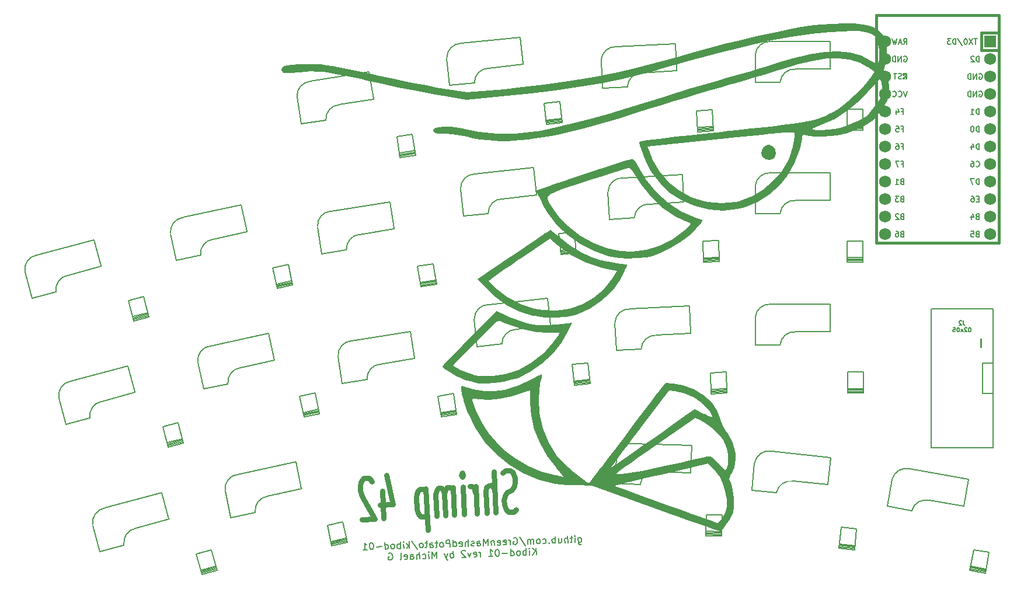
<source format=gbo>
%TF.GenerationSoftware,KiCad,Pcbnew,(6.0.0)*%
%TF.CreationDate,2022-02-05T20:00:46+07:00*%
%TF.ProjectId,kibod-01-mirrored-rev2,6b69626f-642d-4303-912d-6d6972726f72,rev?*%
%TF.SameCoordinates,Original*%
%TF.FileFunction,Legend,Bot*%
%TF.FilePolarity,Positive*%
%FSLAX46Y46*%
G04 Gerber Fmt 4.6, Leading zero omitted, Abs format (unit mm)*
G04 Created by KiCad (PCBNEW (6.0.0)) date 2022-02-05 20:00:46*
%MOMM*%
%LPD*%
G01*
G04 APERTURE LIST*
%ADD10C,0.750000*%
%ADD11C,0.150000*%
%ADD12C,0.127000*%
%ADD13C,0.203200*%
%ADD14C,0.381000*%
%ADD15R,1.752600X1.752600*%
%ADD16C,1.752600*%
G04 APERTURE END LIST*
D10*
X88496411Y-91916074D02*
X88083380Y-92223827D01*
X87370073Y-92261210D01*
X87069797Y-91990840D01*
X86912183Y-91712994D01*
X86739615Y-91149825D01*
X86709709Y-90579179D01*
X86822464Y-90001057D01*
X86950172Y-89708258D01*
X87220542Y-89407982D01*
X87776234Y-89092753D01*
X88046604Y-88792477D01*
X88174312Y-88499678D01*
X88287067Y-87921556D01*
X88257161Y-87350911D01*
X88084593Y-86787742D01*
X87926979Y-86509896D01*
X87626703Y-86239526D01*
X86913396Y-86276909D01*
X86500365Y-86584661D01*
X85515476Y-92358405D02*
X85201460Y-86366628D01*
X84231523Y-92425694D02*
X84067039Y-89287144D01*
X84179794Y-88709022D01*
X84450164Y-88408746D01*
X84878148Y-88386316D01*
X85178424Y-88656686D01*
X85336038Y-88934532D01*
X82804910Y-92500460D02*
X82595566Y-88505941D01*
X82655378Y-89647232D02*
X82482811Y-89084063D01*
X82325196Y-88806217D01*
X82024920Y-88535848D01*
X81739598Y-88550801D01*
X80950312Y-92597655D02*
X80740968Y-88603137D01*
X80636296Y-86605878D02*
X80793911Y-86883724D01*
X80666202Y-87176523D01*
X80508588Y-86898677D01*
X80636296Y-86605878D01*
X80666202Y-87176523D01*
X79523698Y-92672421D02*
X79314355Y-88677902D01*
X79344261Y-89248548D02*
X79186646Y-88970702D01*
X78886370Y-88700332D01*
X78458386Y-88722762D01*
X78188017Y-89023038D01*
X78075262Y-89601160D01*
X78239746Y-92739710D01*
X78075262Y-89601160D02*
X77902694Y-89037991D01*
X77602418Y-88767621D01*
X77174434Y-88790051D01*
X76904065Y-89090327D01*
X76791309Y-89668449D01*
X76955794Y-92806999D01*
X75319836Y-88887246D02*
X75633852Y-94879024D01*
X75334790Y-89172569D02*
X75034514Y-88902199D01*
X74463868Y-88932106D01*
X74193499Y-89232382D01*
X74065790Y-89525181D01*
X73953035Y-90103303D01*
X74042754Y-91815239D01*
X74215322Y-92378408D01*
X74372936Y-92656254D01*
X74673212Y-92926624D01*
X75243857Y-92896718D01*
X75514227Y-92596442D01*
X69042736Y-89216215D02*
X69252080Y-93210733D01*
X69636418Y-86896251D02*
X70574022Y-91138709D01*
X68719424Y-91235904D01*
X67541357Y-87864367D02*
X67383743Y-87586521D01*
X67083467Y-87316151D01*
X66370160Y-87353534D01*
X66099790Y-87653810D01*
X65972082Y-87946609D01*
X65859327Y-88524731D01*
X65889233Y-89095377D01*
X66076754Y-89943868D01*
X67968128Y-93278022D01*
X66113530Y-93375218D01*
D11*
X97462097Y-95981599D02*
X97490349Y-96790629D01*
X97541263Y-96884148D01*
X97590514Y-96930076D01*
X97687356Y-96974342D01*
X97830127Y-96969356D01*
X97923645Y-96918443D01*
X97483701Y-96600269D02*
X97580543Y-96644536D01*
X97770903Y-96637888D01*
X97864422Y-96586974D01*
X97910350Y-96537722D01*
X97954616Y-96440880D01*
X97944645Y-96155340D01*
X97893731Y-96061822D01*
X97844479Y-96015894D01*
X97747637Y-95971628D01*
X97557277Y-95978275D01*
X97463759Y-96029189D01*
X97009463Y-96664478D02*
X96986196Y-95998218D01*
X96974563Y-95665087D02*
X97023815Y-95711016D01*
X96977887Y-95760267D01*
X96928635Y-95714339D01*
X96974563Y-95665087D01*
X96977887Y-95760267D01*
X96653066Y-96009851D02*
X96272346Y-96023146D01*
X96498663Y-95681706D02*
X96528577Y-96538327D01*
X96484310Y-96635169D01*
X96390792Y-96686083D01*
X96295612Y-96689406D01*
X95962482Y-96701040D02*
X95927582Y-95701649D01*
X95534171Y-96715996D02*
X95515891Y-96192506D01*
X95560157Y-96095664D01*
X95653675Y-96044750D01*
X95796445Y-96039765D01*
X95893287Y-96084031D01*
X95942539Y-96129959D01*
X94606694Y-96081312D02*
X94629961Y-96747572D01*
X95035005Y-96066355D02*
X95053285Y-96589845D01*
X95009019Y-96686687D01*
X94915501Y-96737601D01*
X94772731Y-96742587D01*
X94675889Y-96698320D01*
X94626637Y-96652392D01*
X94154060Y-96764191D02*
X94119161Y-95764800D01*
X94132456Y-96145521D02*
X94035614Y-96101254D01*
X93845254Y-96107902D01*
X93751736Y-96158816D01*
X93705807Y-96208067D01*
X93661541Y-96304909D01*
X93671512Y-96590450D01*
X93722426Y-96683968D01*
X93771678Y-96729896D01*
X93868520Y-96774162D01*
X94058880Y-96767515D01*
X94152398Y-96716601D01*
X93246526Y-96700587D02*
X93200598Y-96749839D01*
X93249850Y-96795767D01*
X93295778Y-96746515D01*
X93246526Y-96700587D01*
X93249850Y-96795767D01*
X92343977Y-96779752D02*
X92440819Y-96824019D01*
X92631179Y-96817371D01*
X92724697Y-96766457D01*
X92770625Y-96717205D01*
X92814892Y-96620364D01*
X92804920Y-96334823D01*
X92754007Y-96241305D01*
X92704755Y-96195377D01*
X92607913Y-96151111D01*
X92417553Y-96157758D01*
X92324034Y-96208672D01*
X91774558Y-96847285D02*
X91868077Y-96796371D01*
X91914005Y-96747119D01*
X91958271Y-96650277D01*
X91948300Y-96364737D01*
X91897386Y-96271219D01*
X91848134Y-96225291D01*
X91751292Y-96181025D01*
X91608522Y-96186010D01*
X91515004Y-96236924D01*
X91469076Y-96286176D01*
X91424809Y-96383018D01*
X91434781Y-96668558D01*
X91485694Y-96762076D01*
X91534946Y-96808004D01*
X91631788Y-96852271D01*
X91774558Y-96847285D01*
X91013118Y-96873875D02*
X90989851Y-96207615D01*
X90993175Y-96302795D02*
X90943923Y-96256867D01*
X90847081Y-96212600D01*
X90704311Y-96217586D01*
X90610793Y-96268500D01*
X90566527Y-96365342D01*
X90584807Y-96888832D01*
X90566527Y-96365342D02*
X90515613Y-96271823D01*
X90418771Y-96227557D01*
X90276001Y-96232543D01*
X90182483Y-96283457D01*
X90138216Y-96380299D01*
X90156497Y-96903789D01*
X88930185Y-95898355D02*
X89831676Y-97153372D01*
X88076888Y-96023449D02*
X88170406Y-95972535D01*
X88313176Y-95967550D01*
X88457608Y-96010154D01*
X88556112Y-96102010D01*
X88607026Y-96195529D01*
X88661263Y-96384227D01*
X88666249Y-96526997D01*
X88625306Y-96719019D01*
X88581040Y-96815861D01*
X88489184Y-96914365D01*
X88348076Y-96966940D01*
X88252895Y-96970264D01*
X88108463Y-96927660D01*
X88059212Y-96881732D01*
X88047578Y-96548601D01*
X88237939Y-96541954D01*
X87634225Y-96991869D02*
X87610959Y-96325608D01*
X87617606Y-96515968D02*
X87566692Y-96422450D01*
X87517440Y-96376522D01*
X87420598Y-96332256D01*
X87325418Y-96335579D01*
X86633172Y-96979178D02*
X86730014Y-97023444D01*
X86920374Y-97016797D01*
X87013893Y-96965883D01*
X87058159Y-96869041D01*
X87044864Y-96488321D01*
X86993950Y-96394803D01*
X86897108Y-96350536D01*
X86706748Y-96357184D01*
X86613230Y-96408098D01*
X86568963Y-96504940D01*
X86572287Y-96600120D01*
X87051511Y-96678681D01*
X85776552Y-97009092D02*
X85873393Y-97053358D01*
X86063754Y-97046711D01*
X86157272Y-96995797D01*
X86201538Y-96898955D01*
X86188243Y-96518235D01*
X86137329Y-96424716D01*
X86040487Y-96380450D01*
X85850127Y-96387098D01*
X85756609Y-96438012D01*
X85712343Y-96534854D01*
X85715666Y-96630034D01*
X86194891Y-96708595D01*
X85279047Y-96407040D02*
X85302313Y-97073301D01*
X85282370Y-96502220D02*
X85233119Y-96456292D01*
X85136277Y-96412026D01*
X84993506Y-96417012D01*
X84899988Y-96467925D01*
X84855722Y-96564767D01*
X84874003Y-97088258D01*
X84398102Y-97104877D02*
X84363203Y-96105486D01*
X84055001Y-96830970D01*
X83696942Y-96128752D01*
X83731842Y-97128143D01*
X82827631Y-97159719D02*
X82809350Y-96636228D01*
X82853617Y-96539386D01*
X82947135Y-96488472D01*
X83137495Y-96481825D01*
X83234337Y-96526091D01*
X82825969Y-97112129D02*
X82922811Y-97156395D01*
X83160761Y-97148085D01*
X83254279Y-97097172D01*
X83298546Y-97000330D01*
X83295222Y-96905150D01*
X83244308Y-96811631D01*
X83147466Y-96767365D01*
X82909516Y-96775675D01*
X82812674Y-96731408D01*
X82397659Y-97127086D02*
X82304141Y-97177999D01*
X82113780Y-97184647D01*
X82016938Y-97140381D01*
X81966025Y-97046862D01*
X81964363Y-96999272D01*
X82008629Y-96902430D01*
X82102147Y-96851517D01*
X82244917Y-96846531D01*
X82338436Y-96795617D01*
X82382702Y-96698775D01*
X82381040Y-96651185D01*
X82330126Y-96557667D01*
X82233284Y-96513401D01*
X82090514Y-96518386D01*
X81996996Y-96569300D01*
X81542700Y-97204589D02*
X81507800Y-96205199D01*
X81114390Y-97219546D02*
X81096109Y-96696056D01*
X81140375Y-96599214D01*
X81233893Y-96548300D01*
X81376663Y-96543315D01*
X81473505Y-96587581D01*
X81522757Y-96633509D01*
X80256107Y-97201870D02*
X80352949Y-97246136D01*
X80543309Y-97239489D01*
X80636827Y-97188575D01*
X80681094Y-97091733D01*
X80667798Y-96711013D01*
X80616885Y-96617495D01*
X80520043Y-96573228D01*
X80329683Y-96579876D01*
X80236164Y-96630790D01*
X80191898Y-96727632D01*
X80195222Y-96822812D01*
X80674446Y-96901373D01*
X79353558Y-97281036D02*
X79318659Y-96281645D01*
X79351896Y-97233446D02*
X79448738Y-97277712D01*
X79639098Y-97271065D01*
X79732617Y-97220151D01*
X79778545Y-97170899D01*
X79822811Y-97074057D01*
X79812840Y-96788517D01*
X79761926Y-96694999D01*
X79712674Y-96649070D01*
X79615832Y-96604804D01*
X79425472Y-96611452D01*
X79331954Y-96662365D01*
X78877658Y-97297655D02*
X78842758Y-96298264D01*
X78462038Y-96311559D01*
X78368520Y-96362473D01*
X78322592Y-96411725D01*
X78278325Y-96508567D01*
X78283311Y-96651337D01*
X78334225Y-96744855D01*
X78383477Y-96790783D01*
X78480319Y-96835049D01*
X78861039Y-96821754D01*
X77735497Y-97337540D02*
X77829015Y-97286626D01*
X77874943Y-97237374D01*
X77919209Y-97140532D01*
X77909238Y-96854992D01*
X77858324Y-96761474D01*
X77809072Y-96715546D01*
X77712230Y-96671279D01*
X77569460Y-96676265D01*
X77475942Y-96727179D01*
X77430014Y-96776431D01*
X77385748Y-96873273D01*
X77395719Y-97158813D01*
X77446633Y-97252331D01*
X77495885Y-97298259D01*
X77592727Y-97342526D01*
X77735497Y-97337540D01*
X77093560Y-96692884D02*
X76712840Y-96706179D01*
X76939157Y-96364739D02*
X76969070Y-97221360D01*
X76924804Y-97318202D01*
X76831286Y-97369116D01*
X76736106Y-97372439D01*
X75974665Y-97399029D02*
X75956385Y-96875539D01*
X76000651Y-96778697D01*
X76094169Y-96727783D01*
X76284529Y-96721136D01*
X76381371Y-96765402D01*
X75973003Y-97351439D02*
X76069845Y-97395706D01*
X76307796Y-97387396D01*
X76401314Y-97336483D01*
X76445580Y-97239641D01*
X76442256Y-97144460D01*
X76391342Y-97050942D01*
X76294501Y-97006676D01*
X76056550Y-97014985D01*
X75959708Y-96970719D01*
X75618269Y-96744402D02*
X75237548Y-96757697D01*
X75463865Y-96416257D02*
X75493779Y-97272878D01*
X75449513Y-97369720D01*
X75355995Y-97420634D01*
X75260815Y-97423958D01*
X74784914Y-97440577D02*
X74878433Y-97389663D01*
X74924361Y-97340411D01*
X74968627Y-97243569D01*
X74958656Y-96958029D01*
X74907742Y-96864510D01*
X74858490Y-96818582D01*
X74761648Y-96774316D01*
X74618878Y-96779302D01*
X74525360Y-96830215D01*
X74479431Y-96879467D01*
X74435165Y-96976309D01*
X74445137Y-97261850D01*
X74496050Y-97355368D01*
X74545302Y-97401296D01*
X74642144Y-97445562D01*
X74784914Y-97440577D01*
X73273062Y-96445114D02*
X74174553Y-97700131D01*
X72976493Y-97503728D02*
X72941593Y-96504337D01*
X72868018Y-97126331D02*
X72595772Y-97517023D01*
X72572506Y-96850762D02*
X72966522Y-97218188D01*
X72167462Y-97531980D02*
X72144196Y-96865719D01*
X72132563Y-96532589D02*
X72181815Y-96578517D01*
X72135886Y-96627769D01*
X72086634Y-96581841D01*
X72132563Y-96532589D01*
X72135886Y-96627769D01*
X71691562Y-97548599D02*
X71656662Y-96549208D01*
X71669957Y-96929928D02*
X71573115Y-96885662D01*
X71382755Y-96892310D01*
X71289237Y-96943223D01*
X71243309Y-96992475D01*
X71199043Y-97089317D01*
X71209014Y-97374857D01*
X71259928Y-97468376D01*
X71309180Y-97514304D01*
X71406022Y-97558570D01*
X71596382Y-97551923D01*
X71689900Y-97501009D01*
X70644581Y-97585160D02*
X70738099Y-97534246D01*
X70784027Y-97484994D01*
X70828294Y-97388152D01*
X70818322Y-97102612D01*
X70767408Y-97009094D01*
X70718157Y-96963166D01*
X70621315Y-96918900D01*
X70478544Y-96923885D01*
X70385026Y-96974799D01*
X70339098Y-97024051D01*
X70294832Y-97120893D01*
X70304803Y-97406433D01*
X70355717Y-97499951D01*
X70404969Y-97545880D01*
X70501811Y-97590146D01*
X70644581Y-97585160D01*
X69454830Y-97626707D02*
X69419930Y-96627316D01*
X69453168Y-97579117D02*
X69550010Y-97623383D01*
X69740370Y-97616736D01*
X69833888Y-97565822D01*
X69879816Y-97516570D01*
X69924083Y-97419728D01*
X69914111Y-97134188D01*
X69863198Y-97040670D01*
X69813946Y-96994742D01*
X69717104Y-96950475D01*
X69526744Y-96957123D01*
X69433225Y-97008037D01*
X68965634Y-97262606D02*
X68204194Y-97289196D01*
X67516329Y-96693792D02*
X67421149Y-96697115D01*
X67327631Y-96748029D01*
X67281702Y-96797281D01*
X67237436Y-96894123D01*
X67196494Y-97086145D01*
X67204803Y-97324095D01*
X67259041Y-97512794D01*
X67309954Y-97606312D01*
X67359206Y-97652240D01*
X67456048Y-97696506D01*
X67551228Y-97693182D01*
X67644747Y-97642269D01*
X67690675Y-97593017D01*
X67734941Y-97496175D01*
X67775883Y-97304153D01*
X67767574Y-97066202D01*
X67713337Y-96877504D01*
X67662423Y-96783986D01*
X67613171Y-96738058D01*
X67516329Y-96693792D01*
X66266297Y-97738053D02*
X66837378Y-97718111D01*
X66551837Y-97728082D02*
X66516938Y-96728691D01*
X66617104Y-96868137D01*
X66715608Y-96959994D01*
X66812450Y-97004260D01*
X91412606Y-98466060D02*
X91377707Y-97466669D01*
X90841526Y-98486002D02*
X91249894Y-97899965D01*
X90806626Y-97486611D02*
X91397649Y-98037749D01*
X90413215Y-98500959D02*
X90389949Y-97834699D01*
X90378316Y-97501568D02*
X90427568Y-97547497D01*
X90381640Y-97596748D01*
X90332388Y-97550820D01*
X90378316Y-97501568D01*
X90381640Y-97596748D01*
X89937315Y-98517578D02*
X89902416Y-97518187D01*
X89915711Y-97898907D02*
X89818869Y-97854641D01*
X89628508Y-97861289D01*
X89534990Y-97912203D01*
X89489062Y-97961454D01*
X89444796Y-98058296D01*
X89454767Y-98343837D01*
X89505681Y-98437355D01*
X89554933Y-98483283D01*
X89651775Y-98527549D01*
X89842135Y-98520902D01*
X89935653Y-98469988D01*
X88890334Y-98554139D02*
X88983852Y-98503226D01*
X89029780Y-98453974D01*
X89074047Y-98357132D01*
X89064075Y-98071591D01*
X89013162Y-97978073D01*
X88963910Y-97932145D01*
X88867068Y-97887879D01*
X88724298Y-97892864D01*
X88630779Y-97943778D01*
X88584851Y-97993030D01*
X88540585Y-98089872D01*
X88550556Y-98375412D01*
X88601470Y-98468931D01*
X88650722Y-98514859D01*
X88747564Y-98559125D01*
X88890334Y-98554139D01*
X87700583Y-98595686D02*
X87665684Y-97596296D01*
X87698921Y-98548096D02*
X87795763Y-98592363D01*
X87986123Y-98585715D01*
X88079642Y-98534801D01*
X88125570Y-98485549D01*
X88169836Y-98388707D01*
X88159865Y-98103167D01*
X88108951Y-98009649D01*
X88059699Y-97963721D01*
X87962857Y-97919455D01*
X87772497Y-97926102D01*
X87678979Y-97977016D01*
X87211388Y-98231585D02*
X86449947Y-98258175D01*
X85762082Y-97662771D02*
X85666902Y-97666095D01*
X85573384Y-97717008D01*
X85527456Y-97766260D01*
X85483189Y-97863102D01*
X85442247Y-98055124D01*
X85450556Y-98293074D01*
X85504794Y-98481773D01*
X85555708Y-98575291D01*
X85604960Y-98621219D01*
X85701802Y-98665485D01*
X85796982Y-98662162D01*
X85890500Y-98611248D01*
X85936428Y-98561996D01*
X85980694Y-98465154D01*
X86021637Y-98273132D01*
X86013327Y-98035182D01*
X85959090Y-97846483D01*
X85908176Y-97752965D01*
X85858924Y-97707037D01*
X85762082Y-97662771D01*
X84512051Y-98707032D02*
X85083131Y-98687090D01*
X84797591Y-98697061D02*
X84762691Y-97697670D01*
X84862857Y-97837117D01*
X84961361Y-97928973D01*
X85058203Y-97973239D01*
X83322300Y-98748579D02*
X83299033Y-98082319D01*
X83305681Y-98272679D02*
X83254767Y-98179161D01*
X83205515Y-98133233D01*
X83108673Y-98088966D01*
X83013493Y-98092290D01*
X82321247Y-98735889D02*
X82418089Y-98780155D01*
X82608449Y-98773508D01*
X82701967Y-98722594D01*
X82746233Y-98625752D01*
X82732938Y-98245032D01*
X82682025Y-98151513D01*
X82585183Y-98107247D01*
X82394822Y-98113895D01*
X82301304Y-98164808D01*
X82257038Y-98261650D01*
X82260362Y-98356830D01*
X82739586Y-98435392D01*
X81918922Y-98130513D02*
X81704238Y-98805083D01*
X81443022Y-98147132D01*
X81101582Y-97920815D02*
X81052330Y-97874887D01*
X80955488Y-97830621D01*
X80717538Y-97838930D01*
X80624020Y-97889844D01*
X80578092Y-97939096D01*
X80533825Y-98035938D01*
X80537149Y-98131118D01*
X80589725Y-98272226D01*
X81180748Y-98823364D01*
X80562077Y-98844969D01*
X79372326Y-98886516D02*
X79337427Y-97887125D01*
X79350722Y-98267845D02*
X79253880Y-98223579D01*
X79063520Y-98230226D01*
X78970001Y-98281140D01*
X78924073Y-98330392D01*
X78879807Y-98427234D01*
X78889778Y-98712774D01*
X78940692Y-98806292D01*
X78989944Y-98852221D01*
X79086786Y-98896487D01*
X79277146Y-98889839D01*
X79370664Y-98838925D01*
X78540029Y-98248507D02*
X78325345Y-98923077D01*
X78064129Y-98265126D02*
X78325345Y-98923077D01*
X78428835Y-99157703D01*
X78478087Y-99203632D01*
X78574929Y-99247898D01*
X76945234Y-98971271D02*
X76910335Y-97971881D01*
X76602133Y-98697364D01*
X76244074Y-97995147D01*
X76278974Y-98994538D01*
X75803073Y-99011157D02*
X75779807Y-98344896D01*
X75768174Y-98011766D02*
X75817426Y-98057694D01*
X75771498Y-98106946D01*
X75722246Y-98061018D01*
X75768174Y-98011766D01*
X75771498Y-98106946D01*
X74897201Y-98995142D02*
X74994043Y-99039409D01*
X75184403Y-99032761D01*
X75277921Y-98981847D01*
X75323849Y-98932595D01*
X75368115Y-98835753D01*
X75358144Y-98550213D01*
X75307230Y-98456695D01*
X75257978Y-98410767D01*
X75161136Y-98366500D01*
X74970776Y-98373148D01*
X74877258Y-98424062D01*
X74470552Y-99057689D02*
X74435653Y-98058298D01*
X74042242Y-99072646D02*
X74023961Y-98549156D01*
X74068227Y-98452314D01*
X74161746Y-98401400D01*
X74304516Y-98396414D01*
X74401358Y-98440681D01*
X74450610Y-98486609D01*
X73138031Y-99104222D02*
X73119750Y-98580731D01*
X73164017Y-98483890D01*
X73257535Y-98432976D01*
X73447895Y-98426328D01*
X73544737Y-98470594D01*
X73136369Y-99056632D02*
X73233211Y-99100898D01*
X73471161Y-99092589D01*
X73564680Y-99041675D01*
X73608946Y-98944833D01*
X73605622Y-98849653D01*
X73554708Y-98756135D01*
X73457866Y-98711868D01*
X73219916Y-98720178D01*
X73123074Y-98675912D01*
X72279749Y-99086546D02*
X72376590Y-99130812D01*
X72566951Y-99124164D01*
X72660469Y-99073251D01*
X72704735Y-98976409D01*
X72691440Y-98595688D01*
X72640526Y-98502170D01*
X72543684Y-98457904D01*
X72353324Y-98464551D01*
X72259806Y-98515465D01*
X72215540Y-98612307D01*
X72218863Y-98707487D01*
X72698088Y-98786049D01*
X71662740Y-99155740D02*
X71756258Y-99104826D01*
X71800524Y-99007984D01*
X71770611Y-98151364D01*
X69963851Y-98262105D02*
X70057369Y-98211191D01*
X70200139Y-98206206D01*
X70344571Y-98248810D01*
X70443075Y-98340667D01*
X70493989Y-98434185D01*
X70548226Y-98622883D01*
X70553212Y-98765653D01*
X70512270Y-98957675D01*
X70468003Y-99054517D01*
X70376147Y-99153021D01*
X70235039Y-99205597D01*
X70139859Y-99208920D01*
X69995427Y-99166316D01*
X69946175Y-99120388D01*
X69934542Y-98787258D01*
X70124902Y-98780610D01*
%TO.C,U1*%
X155340009Y-51916807D02*
X155225723Y-51954902D01*
X155187628Y-51992997D01*
X155149533Y-52069188D01*
X155149533Y-52183473D01*
X155187628Y-52259664D01*
X155225723Y-52297759D01*
X155301914Y-52335854D01*
X155606676Y-52335854D01*
X155606676Y-51535854D01*
X155340009Y-51535854D01*
X155263819Y-51573950D01*
X155225723Y-51612045D01*
X155187628Y-51688235D01*
X155187628Y-51764426D01*
X155225723Y-51840616D01*
X155263819Y-51878711D01*
X155340009Y-51916807D01*
X155606676Y-51916807D01*
X154425723Y-51535854D02*
X154806676Y-51535854D01*
X154844771Y-51916807D01*
X154806676Y-51878711D01*
X154730485Y-51840616D01*
X154540009Y-51840616D01*
X154463819Y-51878711D01*
X154425723Y-51916807D01*
X154387628Y-51992997D01*
X154387628Y-52183473D01*
X154425723Y-52259664D01*
X154463819Y-52297759D01*
X154540009Y-52335854D01*
X154730485Y-52335854D01*
X154806676Y-52297759D01*
X154844771Y-52259664D01*
X144355413Y-29407759D02*
X144241127Y-29445854D01*
X144050651Y-29445854D01*
X143974460Y-29407759D01*
X143936365Y-29369664D01*
X143898270Y-29293473D01*
X143898270Y-29217283D01*
X143936365Y-29141092D01*
X143974460Y-29102997D01*
X144050651Y-29064902D01*
X144203032Y-29026807D01*
X144279222Y-28988711D01*
X144317318Y-28950616D01*
X144355413Y-28874426D01*
X144355413Y-28798235D01*
X144317318Y-28722045D01*
X144279222Y-28683950D01*
X144203032Y-28645854D01*
X144012556Y-28645854D01*
X143898270Y-28683950D01*
X143669699Y-28645854D02*
X143212556Y-28645854D01*
X143441127Y-29445854D02*
X143441127Y-28645854D01*
X144646580Y-24395854D02*
X144913247Y-24014902D01*
X145103723Y-24395854D02*
X145103723Y-23595854D01*
X144798961Y-23595854D01*
X144722771Y-23633950D01*
X144684676Y-23672045D01*
X144646580Y-23748235D01*
X144646580Y-23862521D01*
X144684676Y-23938711D01*
X144722771Y-23976807D01*
X144798961Y-24014902D01*
X145103723Y-24014902D01*
X144341819Y-24167283D02*
X143960866Y-24167283D01*
X144418009Y-24395854D02*
X144151342Y-23595854D01*
X143884676Y-24395854D01*
X143694200Y-23595854D02*
X143503723Y-24395854D01*
X143351342Y-23824426D01*
X143198961Y-24395854D01*
X143008485Y-23595854D01*
X144360866Y-39216807D02*
X144627533Y-39216807D01*
X144627533Y-39635854D02*
X144627533Y-38835854D01*
X144246580Y-38835854D01*
X143598961Y-38835854D02*
X143751342Y-38835854D01*
X143827533Y-38873950D01*
X143865628Y-38912045D01*
X143941819Y-39026330D01*
X143979914Y-39178711D01*
X143979914Y-39483473D01*
X143941819Y-39559664D01*
X143903723Y-39597759D01*
X143827533Y-39635854D01*
X143675152Y-39635854D01*
X143598961Y-39597759D01*
X143560866Y-39559664D01*
X143522771Y-39483473D01*
X143522771Y-39292997D01*
X143560866Y-39216807D01*
X143598961Y-39178711D01*
X143675152Y-39140616D01*
X143827533Y-39140616D01*
X143903723Y-39178711D01*
X143941819Y-39216807D01*
X143979914Y-39292997D01*
X155340009Y-49376807D02*
X155225723Y-49414902D01*
X155187628Y-49452997D01*
X155149533Y-49529188D01*
X155149533Y-49643473D01*
X155187628Y-49719664D01*
X155225723Y-49757759D01*
X155301914Y-49795854D01*
X155606676Y-49795854D01*
X155606676Y-48995854D01*
X155340009Y-48995854D01*
X155263819Y-49033950D01*
X155225723Y-49072045D01*
X155187628Y-49148235D01*
X155187628Y-49224426D01*
X155225723Y-49300616D01*
X155263819Y-49338711D01*
X155340009Y-49376807D01*
X155606676Y-49376807D01*
X154463819Y-49262521D02*
X154463819Y-49795854D01*
X154654295Y-48957759D02*
X154844771Y-49529188D01*
X154349533Y-49529188D01*
X145160866Y-31215854D02*
X144894200Y-32015854D01*
X144627533Y-31215854D01*
X143903723Y-31939664D02*
X143941819Y-31977759D01*
X144056104Y-32015854D01*
X144132295Y-32015854D01*
X144246580Y-31977759D01*
X144322771Y-31901569D01*
X144360866Y-31825378D01*
X144398961Y-31672997D01*
X144398961Y-31558711D01*
X144360866Y-31406330D01*
X144322771Y-31330140D01*
X144246580Y-31253950D01*
X144132295Y-31215854D01*
X144056104Y-31215854D01*
X143941819Y-31253950D01*
X143903723Y-31292045D01*
X143103723Y-31939664D02*
X143141819Y-31977759D01*
X143256104Y-32015854D01*
X143332295Y-32015854D01*
X143446580Y-31977759D01*
X143522771Y-31901569D01*
X143560866Y-31825378D01*
X143598961Y-31672997D01*
X143598961Y-31558711D01*
X143560866Y-31406330D01*
X143522771Y-31330140D01*
X143446580Y-31253950D01*
X143332295Y-31215854D01*
X143256104Y-31215854D01*
X143141819Y-31253950D01*
X143103723Y-31292045D01*
X144418009Y-51916807D02*
X144303723Y-51954902D01*
X144265628Y-51992997D01*
X144227533Y-52069188D01*
X144227533Y-52183473D01*
X144265628Y-52259664D01*
X144303723Y-52297759D01*
X144379914Y-52335854D01*
X144684676Y-52335854D01*
X144684676Y-51535854D01*
X144418009Y-51535854D01*
X144341819Y-51573950D01*
X144303723Y-51612045D01*
X144265628Y-51688235D01*
X144265628Y-51764426D01*
X144303723Y-51840616D01*
X144341819Y-51878711D01*
X144418009Y-51916807D01*
X144684676Y-51916807D01*
X143541819Y-51535854D02*
X143694200Y-51535854D01*
X143770390Y-51573950D01*
X143808485Y-51612045D01*
X143884676Y-51726330D01*
X143922771Y-51878711D01*
X143922771Y-52183473D01*
X143884676Y-52259664D01*
X143846580Y-52297759D01*
X143770390Y-52335854D01*
X143618009Y-52335854D01*
X143541819Y-52297759D01*
X143503723Y-52259664D01*
X143465628Y-52183473D01*
X143465628Y-51992997D01*
X143503723Y-51916807D01*
X143541819Y-51878711D01*
X143618009Y-51840616D01*
X143770390Y-51840616D01*
X143846580Y-51878711D01*
X143884676Y-51916807D01*
X143922771Y-51992997D01*
X155625723Y-28713950D02*
X155701914Y-28675854D01*
X155816200Y-28675854D01*
X155930485Y-28713950D01*
X156006676Y-28790140D01*
X156044771Y-28866330D01*
X156082866Y-29018711D01*
X156082866Y-29132997D01*
X156044771Y-29285378D01*
X156006676Y-29361569D01*
X155930485Y-29437759D01*
X155816200Y-29475854D01*
X155740009Y-29475854D01*
X155625723Y-29437759D01*
X155587628Y-29399664D01*
X155587628Y-29132997D01*
X155740009Y-29132997D01*
X155244771Y-29475854D02*
X155244771Y-28675854D01*
X154787628Y-29475854D01*
X154787628Y-28675854D01*
X154406676Y-29475854D02*
X154406676Y-28675854D01*
X154216200Y-28675854D01*
X154101914Y-28713950D01*
X154025723Y-28790140D01*
X153987628Y-28866330D01*
X153949533Y-29018711D01*
X153949533Y-29132997D01*
X153987628Y-29285378D01*
X154025723Y-29361569D01*
X154101914Y-29437759D01*
X154216200Y-29475854D01*
X154406676Y-29475854D01*
X144703723Y-26173950D02*
X144779914Y-26135854D01*
X144894200Y-26135854D01*
X145008485Y-26173950D01*
X145084676Y-26250140D01*
X145122771Y-26326330D01*
X145160866Y-26478711D01*
X145160866Y-26592997D01*
X145122771Y-26745378D01*
X145084676Y-26821569D01*
X145008485Y-26897759D01*
X144894200Y-26935854D01*
X144818009Y-26935854D01*
X144703723Y-26897759D01*
X144665628Y-26859664D01*
X144665628Y-26592997D01*
X144818009Y-26592997D01*
X144322771Y-26935854D02*
X144322771Y-26135854D01*
X143865628Y-26935854D01*
X143865628Y-26135854D01*
X143484676Y-26935854D02*
X143484676Y-26135854D01*
X143294200Y-26135854D01*
X143179914Y-26173950D01*
X143103723Y-26250140D01*
X143065628Y-26326330D01*
X143027533Y-26478711D01*
X143027533Y-26592997D01*
X143065628Y-26745378D01*
X143103723Y-26821569D01*
X143179914Y-26897759D01*
X143294200Y-26935854D01*
X143484676Y-26935854D01*
X155149533Y-42099664D02*
X155187628Y-42137759D01*
X155301914Y-42175854D01*
X155378104Y-42175854D01*
X155492390Y-42137759D01*
X155568580Y-42061569D01*
X155606676Y-41985378D01*
X155644771Y-41832997D01*
X155644771Y-41718711D01*
X155606676Y-41566330D01*
X155568580Y-41490140D01*
X155492390Y-41413950D01*
X155378104Y-41375854D01*
X155301914Y-41375854D01*
X155187628Y-41413950D01*
X155149533Y-41452045D01*
X154463819Y-41375854D02*
X154616200Y-41375854D01*
X154692390Y-41413950D01*
X154730485Y-41452045D01*
X154806676Y-41566330D01*
X154844771Y-41718711D01*
X154844771Y-42023473D01*
X154806676Y-42099664D01*
X154768580Y-42137759D01*
X154692390Y-42175854D01*
X154540009Y-42175854D01*
X154463819Y-42137759D01*
X154425723Y-42099664D01*
X154387628Y-42023473D01*
X154387628Y-41832997D01*
X154425723Y-41756807D01*
X154463819Y-41718711D01*
X154540009Y-41680616D01*
X154692390Y-41680616D01*
X154768580Y-41718711D01*
X154806676Y-41756807D01*
X154844771Y-41832997D01*
X155606676Y-34555854D02*
X155606676Y-33755854D01*
X155416200Y-33755854D01*
X155301914Y-33793950D01*
X155225723Y-33870140D01*
X155187628Y-33946330D01*
X155149533Y-34098711D01*
X155149533Y-34212997D01*
X155187628Y-34365378D01*
X155225723Y-34441569D01*
X155301914Y-34517759D01*
X155416200Y-34555854D01*
X155606676Y-34555854D01*
X154387628Y-34555854D02*
X154844771Y-34555854D01*
X154616200Y-34555854D02*
X154616200Y-33755854D01*
X154692390Y-33870140D01*
X154768580Y-33946330D01*
X154844771Y-33984426D01*
X155317548Y-23595854D02*
X154860405Y-23595854D01*
X155088976Y-24395854D02*
X155088976Y-23595854D01*
X154669929Y-23595854D02*
X154136595Y-24395854D01*
X154136595Y-23595854D02*
X154669929Y-24395854D01*
X153679452Y-23595854D02*
X153603262Y-23595854D01*
X153527072Y-23633950D01*
X153488976Y-23672045D01*
X153450881Y-23748235D01*
X153412786Y-23900616D01*
X153412786Y-24091092D01*
X153450881Y-24243473D01*
X153488976Y-24319664D01*
X153527072Y-24357759D01*
X153603262Y-24395854D01*
X153679452Y-24395854D01*
X153755643Y-24357759D01*
X153793738Y-24319664D01*
X153831833Y-24243473D01*
X153869929Y-24091092D01*
X153869929Y-23900616D01*
X153831833Y-23748235D01*
X153793738Y-23672045D01*
X153755643Y-23633950D01*
X153679452Y-23595854D01*
X152498500Y-23557759D02*
X153184214Y-24586330D01*
X152231833Y-24395854D02*
X152231833Y-23595854D01*
X152041357Y-23595854D01*
X151927072Y-23633950D01*
X151850881Y-23710140D01*
X151812786Y-23786330D01*
X151774691Y-23938711D01*
X151774691Y-24052997D01*
X151812786Y-24205378D01*
X151850881Y-24281569D01*
X151927072Y-24357759D01*
X152041357Y-24395854D01*
X152231833Y-24395854D01*
X151508024Y-23595854D02*
X151012786Y-23595854D01*
X151279452Y-23900616D01*
X151165167Y-23900616D01*
X151088976Y-23938711D01*
X151050881Y-23976807D01*
X151012786Y-24052997D01*
X151012786Y-24243473D01*
X151050881Y-24319664D01*
X151088976Y-24357759D01*
X151165167Y-24395854D01*
X151393738Y-24395854D01*
X151469929Y-24357759D01*
X151508024Y-24319664D01*
X144418009Y-46836807D02*
X144303723Y-46874902D01*
X144265628Y-46912997D01*
X144227533Y-46989188D01*
X144227533Y-47103473D01*
X144265628Y-47179664D01*
X144303723Y-47217759D01*
X144379914Y-47255854D01*
X144684676Y-47255854D01*
X144684676Y-46455854D01*
X144418009Y-46455854D01*
X144341819Y-46493950D01*
X144303723Y-46532045D01*
X144265628Y-46608235D01*
X144265628Y-46684426D01*
X144303723Y-46760616D01*
X144341819Y-46798711D01*
X144418009Y-46836807D01*
X144684676Y-46836807D01*
X143960866Y-46455854D02*
X143465628Y-46455854D01*
X143732295Y-46760616D01*
X143618009Y-46760616D01*
X143541819Y-46798711D01*
X143503723Y-46836807D01*
X143465628Y-46912997D01*
X143465628Y-47103473D01*
X143503723Y-47179664D01*
X143541819Y-47217759D01*
X143618009Y-47255854D01*
X143846580Y-47255854D01*
X143922771Y-47217759D01*
X143960866Y-47179664D01*
X155568580Y-46836807D02*
X155301914Y-46836807D01*
X155187628Y-47255854D02*
X155568580Y-47255854D01*
X155568580Y-46455854D01*
X155187628Y-46455854D01*
X154501914Y-46455854D02*
X154654295Y-46455854D01*
X154730485Y-46493950D01*
X154768580Y-46532045D01*
X154844771Y-46646330D01*
X154882866Y-46798711D01*
X154882866Y-47103473D01*
X154844771Y-47179664D01*
X154806676Y-47217759D01*
X154730485Y-47255854D01*
X154578104Y-47255854D01*
X154501914Y-47217759D01*
X154463819Y-47179664D01*
X154425723Y-47103473D01*
X154425723Y-46912997D01*
X154463819Y-46836807D01*
X154501914Y-46798711D01*
X154578104Y-46760616D01*
X154730485Y-46760616D01*
X154806676Y-46798711D01*
X154844771Y-46836807D01*
X154882866Y-46912997D01*
X155606676Y-37095854D02*
X155606676Y-36295854D01*
X155416200Y-36295854D01*
X155301914Y-36333950D01*
X155225723Y-36410140D01*
X155187628Y-36486330D01*
X155149533Y-36638711D01*
X155149533Y-36752997D01*
X155187628Y-36905378D01*
X155225723Y-36981569D01*
X155301914Y-37057759D01*
X155416200Y-37095854D01*
X155606676Y-37095854D01*
X154654295Y-36295854D02*
X154578104Y-36295854D01*
X154501914Y-36333950D01*
X154463819Y-36372045D01*
X154425723Y-36448235D01*
X154387628Y-36600616D01*
X154387628Y-36791092D01*
X154425723Y-36943473D01*
X154463819Y-37019664D01*
X154501914Y-37057759D01*
X154578104Y-37095854D01*
X154654295Y-37095854D01*
X154730485Y-37057759D01*
X154768580Y-37019664D01*
X154806676Y-36943473D01*
X154844771Y-36791092D01*
X154844771Y-36600616D01*
X154806676Y-36448235D01*
X154768580Y-36372045D01*
X154730485Y-36333950D01*
X154654295Y-36295854D01*
X144360866Y-36676807D02*
X144627533Y-36676807D01*
X144627533Y-37095854D02*
X144627533Y-36295854D01*
X144246580Y-36295854D01*
X143560866Y-36295854D02*
X143941819Y-36295854D01*
X143979914Y-36676807D01*
X143941819Y-36638711D01*
X143865628Y-36600616D01*
X143675152Y-36600616D01*
X143598961Y-36638711D01*
X143560866Y-36676807D01*
X143522771Y-36752997D01*
X143522771Y-36943473D01*
X143560866Y-37019664D01*
X143598961Y-37057759D01*
X143675152Y-37095854D01*
X143865628Y-37095854D01*
X143941819Y-37057759D01*
X143979914Y-37019664D01*
X144360866Y-41756807D02*
X144627533Y-41756807D01*
X144627533Y-42175854D02*
X144627533Y-41375854D01*
X144246580Y-41375854D01*
X144018009Y-41375854D02*
X143484676Y-41375854D01*
X143827533Y-42175854D01*
X155606676Y-39635854D02*
X155606676Y-38835854D01*
X155416200Y-38835854D01*
X155301914Y-38873950D01*
X155225723Y-38950140D01*
X155187628Y-39026330D01*
X155149533Y-39178711D01*
X155149533Y-39292997D01*
X155187628Y-39445378D01*
X155225723Y-39521569D01*
X155301914Y-39597759D01*
X155416200Y-39635854D01*
X155606676Y-39635854D01*
X154463819Y-39102521D02*
X154463819Y-39635854D01*
X154654295Y-38797759D02*
X154844771Y-39369188D01*
X154349533Y-39369188D01*
X155606676Y-44715854D02*
X155606676Y-43915854D01*
X155416200Y-43915854D01*
X155301914Y-43953950D01*
X155225723Y-44030140D01*
X155187628Y-44106330D01*
X155149533Y-44258711D01*
X155149533Y-44372997D01*
X155187628Y-44525378D01*
X155225723Y-44601569D01*
X155301914Y-44677759D01*
X155416200Y-44715854D01*
X155606676Y-44715854D01*
X154882866Y-43915854D02*
X154349533Y-43915854D01*
X154692390Y-44715854D01*
X155606676Y-26935854D02*
X155606676Y-26135854D01*
X155416200Y-26135854D01*
X155301914Y-26173950D01*
X155225723Y-26250140D01*
X155187628Y-26326330D01*
X155149533Y-26478711D01*
X155149533Y-26592997D01*
X155187628Y-26745378D01*
X155225723Y-26821569D01*
X155301914Y-26897759D01*
X155416200Y-26935854D01*
X155606676Y-26935854D01*
X154844771Y-26212045D02*
X154806676Y-26173950D01*
X154730485Y-26135854D01*
X154540009Y-26135854D01*
X154463819Y-26173950D01*
X154425723Y-26212045D01*
X154387628Y-26288235D01*
X154387628Y-26364426D01*
X154425723Y-26478711D01*
X154882866Y-26935854D01*
X154387628Y-26935854D01*
X144360866Y-34136807D02*
X144627533Y-34136807D01*
X144627533Y-34555854D02*
X144627533Y-33755854D01*
X144246580Y-33755854D01*
X143598961Y-34022521D02*
X143598961Y-34555854D01*
X143789438Y-33717759D02*
X143979914Y-34289188D01*
X143484676Y-34289188D01*
X144418009Y-44296807D02*
X144303723Y-44334902D01*
X144265628Y-44372997D01*
X144227533Y-44449188D01*
X144227533Y-44563473D01*
X144265628Y-44639664D01*
X144303723Y-44677759D01*
X144379914Y-44715854D01*
X144684676Y-44715854D01*
X144684676Y-43915854D01*
X144418009Y-43915854D01*
X144341819Y-43953950D01*
X144303723Y-43992045D01*
X144265628Y-44068235D01*
X144265628Y-44144426D01*
X144303723Y-44220616D01*
X144341819Y-44258711D01*
X144418009Y-44296807D01*
X144684676Y-44296807D01*
X143465628Y-44715854D02*
X143922771Y-44715854D01*
X143694200Y-44715854D02*
X143694200Y-43915854D01*
X143770390Y-44030140D01*
X143846580Y-44106330D01*
X143922771Y-44144426D01*
X144418009Y-49376807D02*
X144303723Y-49414902D01*
X144265628Y-49452997D01*
X144227533Y-49529188D01*
X144227533Y-49643473D01*
X144265628Y-49719664D01*
X144303723Y-49757759D01*
X144379914Y-49795854D01*
X144684676Y-49795854D01*
X144684676Y-48995854D01*
X144418009Y-48995854D01*
X144341819Y-49033950D01*
X144303723Y-49072045D01*
X144265628Y-49148235D01*
X144265628Y-49224426D01*
X144303723Y-49300616D01*
X144341819Y-49338711D01*
X144418009Y-49376807D01*
X144684676Y-49376807D01*
X143922771Y-49072045D02*
X143884676Y-49033950D01*
X143808485Y-48995854D01*
X143618009Y-48995854D01*
X143541819Y-49033950D01*
X143503723Y-49072045D01*
X143465628Y-49148235D01*
X143465628Y-49224426D01*
X143503723Y-49338711D01*
X143960866Y-49795854D01*
X143465628Y-49795854D01*
X155625723Y-31253950D02*
X155701914Y-31215854D01*
X155816200Y-31215854D01*
X155930485Y-31253950D01*
X156006676Y-31330140D01*
X156044771Y-31406330D01*
X156082866Y-31558711D01*
X156082866Y-31672997D01*
X156044771Y-31825378D01*
X156006676Y-31901569D01*
X155930485Y-31977759D01*
X155816200Y-32015854D01*
X155740009Y-32015854D01*
X155625723Y-31977759D01*
X155587628Y-31939664D01*
X155587628Y-31672997D01*
X155740009Y-31672997D01*
X155244771Y-32015854D02*
X155244771Y-31215854D01*
X154787628Y-32015854D01*
X154787628Y-31215854D01*
X154406676Y-32015854D02*
X154406676Y-31215854D01*
X154216200Y-31215854D01*
X154101914Y-31253950D01*
X154025723Y-31330140D01*
X153987628Y-31406330D01*
X153949533Y-31558711D01*
X153949533Y-31672997D01*
X153987628Y-31825378D01*
X154025723Y-31901569D01*
X154101914Y-31977759D01*
X154216200Y-32015854D01*
X154406676Y-32015854D01*
D12*
%TO.C,J2*%
X153314400Y-64513371D02*
X153314400Y-64948800D01*
X153343428Y-65035885D01*
X153401485Y-65093942D01*
X153488571Y-65122971D01*
X153546628Y-65122971D01*
X153053142Y-64571428D02*
X153024114Y-64542400D01*
X152966057Y-64513371D01*
X152820914Y-64513371D01*
X152762857Y-64542400D01*
X152733828Y-64571428D01*
X152704800Y-64629485D01*
X152704800Y-64687542D01*
X152733828Y-64774628D01*
X153082171Y-65122971D01*
X152704800Y-65122971D01*
X154257828Y-65513371D02*
X154199771Y-65513371D01*
X154141714Y-65542400D01*
X154112685Y-65571428D01*
X154083657Y-65629485D01*
X154054628Y-65745600D01*
X154054628Y-65890742D01*
X154083657Y-66006857D01*
X154112685Y-66064914D01*
X154141714Y-66093942D01*
X154199771Y-66122971D01*
X154257828Y-66122971D01*
X154315885Y-66093942D01*
X154344914Y-66064914D01*
X154373942Y-66006857D01*
X154402971Y-65890742D01*
X154402971Y-65745600D01*
X154373942Y-65629485D01*
X154344914Y-65571428D01*
X154315885Y-65542400D01*
X154257828Y-65513371D01*
X153822400Y-65571428D02*
X153793371Y-65542400D01*
X153735314Y-65513371D01*
X153590171Y-65513371D01*
X153532114Y-65542400D01*
X153503085Y-65571428D01*
X153474057Y-65629485D01*
X153474057Y-65687542D01*
X153503085Y-65774628D01*
X153851428Y-66122971D01*
X153474057Y-66122971D01*
X153270857Y-66122971D02*
X152951542Y-65716571D01*
X153270857Y-65716571D02*
X152951542Y-66122971D01*
X152603200Y-65513371D02*
X152545142Y-65513371D01*
X152487085Y-65542400D01*
X152458057Y-65571428D01*
X152429028Y-65629485D01*
X152400000Y-65745600D01*
X152400000Y-65890742D01*
X152429028Y-66006857D01*
X152458057Y-66064914D01*
X152487085Y-66093942D01*
X152545142Y-66122971D01*
X152603200Y-66122971D01*
X152661257Y-66093942D01*
X152690285Y-66064914D01*
X152719314Y-66006857D01*
X152748342Y-65890742D01*
X152748342Y-65745600D01*
X152719314Y-65629485D01*
X152690285Y-65571428D01*
X152661257Y-65542400D01*
X152603200Y-65513371D01*
X151848457Y-65513371D02*
X152138742Y-65513371D01*
X152167771Y-65803657D01*
X152138742Y-65774628D01*
X152080685Y-65745600D01*
X151935542Y-65745600D01*
X151877485Y-65774628D01*
X151848457Y-65803657D01*
X151819428Y-65861714D01*
X151819428Y-66006857D01*
X151848457Y-66064914D01*
X151877485Y-66093942D01*
X151935542Y-66122971D01*
X152080685Y-66122971D01*
X152138742Y-66093942D01*
X152167771Y-66064914D01*
D11*
%TO.C,D-0-0*%
X35055870Y-63543537D02*
X32930834Y-64112939D01*
D13*
X32210158Y-61589479D02*
X34418264Y-60997819D01*
X35207144Y-63941961D02*
X32999038Y-64533621D01*
X34418264Y-60997819D02*
X35207144Y-63941961D01*
D11*
X35107634Y-63736723D02*
X35011042Y-63762605D01*
X35011042Y-63762605D02*
X35107634Y-63736723D01*
X32982597Y-64306125D02*
X35011042Y-63762605D01*
D13*
X32999038Y-64533621D02*
X32210158Y-61589479D01*
D11*
X32879070Y-63919754D02*
X35004107Y-63350352D01*
%TO.C,D-0-1*%
X55909010Y-58937690D02*
X53757085Y-59395095D01*
D13*
X53803180Y-59818770D02*
X53169465Y-56837376D01*
X56039225Y-59343484D02*
X53803180Y-59818770D01*
D11*
X53715503Y-59199466D02*
X55867428Y-58742060D01*
D13*
X55405510Y-56362090D02*
X56039225Y-59343484D01*
X53169465Y-56837376D02*
X55405510Y-56362090D01*
D11*
X55950593Y-59133319D02*
X55852778Y-59154110D01*
X55852778Y-59154110D02*
X55950593Y-59133319D01*
X53798668Y-59590725D02*
X55852778Y-59154110D01*
%TO.C,D-0-2*%
X73793875Y-40065731D02*
X71620961Y-40409887D01*
D13*
X73902674Y-40477784D02*
X71644818Y-40835394D01*
D11*
X73825162Y-40263269D02*
X73726393Y-40278912D01*
X71652248Y-40607425D02*
X73726393Y-40278912D01*
D13*
X73425862Y-37467310D02*
X73902674Y-40477784D01*
D11*
X73726393Y-40278912D02*
X73825162Y-40263269D01*
D13*
X71644818Y-40835394D02*
X71168006Y-37824920D01*
D11*
X71589674Y-40212349D02*
X73762588Y-39868194D01*
D13*
X71168006Y-37824920D02*
X73425862Y-37467310D01*
%TO.C,D-0-3*%
X94810230Y-32759983D02*
X95128833Y-35791285D01*
X95128833Y-35791285D02*
X92855356Y-36030237D01*
D11*
X95062654Y-35573007D02*
X94963202Y-35583460D01*
X95041748Y-35374103D02*
X92853800Y-35604065D01*
X92832895Y-35405161D02*
X95020843Y-35175198D01*
D13*
X92536753Y-32998935D02*
X94810230Y-32759983D01*
X92855356Y-36030237D02*
X92536753Y-32998935D01*
D11*
X92874706Y-35802970D02*
X94963202Y-35583460D01*
X94963202Y-35583460D02*
X95062654Y-35573007D01*
D13*
%TO.C,D-0-4*%
X114622312Y-34064734D02*
X116905180Y-33945094D01*
X114781832Y-37108556D02*
X114622312Y-34064734D01*
X116905180Y-33945094D02*
X117064700Y-36988916D01*
D11*
X117010035Y-36767474D02*
X116910172Y-36772707D01*
X116999568Y-36567748D02*
X114802583Y-36682887D01*
X114813050Y-36882613D02*
X116910172Y-36772707D01*
D13*
X117064700Y-36988916D02*
X114781832Y-37108556D01*
D11*
X116910172Y-36772707D02*
X117010035Y-36767474D01*
X114792116Y-36483161D02*
X116989101Y-36368022D01*
D13*
%TO.C,D-0-5*%
X136428593Y-36839342D02*
X136428593Y-33791342D01*
X138714593Y-33791342D02*
X138714593Y-36839342D01*
D11*
X138671593Y-36615342D02*
X138571593Y-36615342D01*
D13*
X138714593Y-36839342D02*
X136428593Y-36839342D01*
D11*
X136471593Y-36615342D02*
X138571593Y-36615342D01*
D13*
X136428593Y-33791342D02*
X138714593Y-33791342D01*
D11*
X136471593Y-36215342D02*
X138671593Y-36215342D01*
X138671593Y-36415342D02*
X136471593Y-36415342D01*
X138571593Y-36615342D02*
X138671593Y-36615342D01*
%TO.C,D-1-0*%
X40016489Y-82051548D02*
X40113081Y-82025666D01*
D13*
X37215605Y-79878422D02*
X39423711Y-79286762D01*
X40212591Y-82230904D02*
X38004485Y-82822564D01*
X39423711Y-79286762D02*
X40212591Y-82230904D01*
D11*
X37988044Y-82595068D02*
X40016489Y-82051548D01*
X37884517Y-82208697D02*
X40009554Y-81639295D01*
X40113081Y-82025666D02*
X40016489Y-82051548D01*
X40061317Y-81832480D02*
X37936281Y-82401882D01*
D13*
X38004485Y-82822564D02*
X37215605Y-79878422D01*
D11*
%TO.C,D-1-1*%
X59809482Y-77580506D02*
X57657557Y-78037911D01*
D13*
X57703652Y-78461586D02*
X57069937Y-75480192D01*
D11*
X59851065Y-77776135D02*
X59753250Y-77796926D01*
D13*
X59305982Y-75004906D02*
X59939697Y-77986300D01*
D11*
X59753250Y-77796926D02*
X59851065Y-77776135D01*
D13*
X59939697Y-77986300D02*
X57703652Y-78461586D01*
D11*
X57699140Y-78233541D02*
X59753250Y-77796926D01*
D13*
X57069937Y-75480192D02*
X59305982Y-75004906D01*
D11*
X57615975Y-77842282D02*
X59767900Y-77384876D01*
D13*
%TO.C,D-1-2*%
X76920519Y-59234539D02*
X74662663Y-59592149D01*
D11*
X76744238Y-59035667D02*
X76843007Y-59020024D01*
X76843007Y-59020024D02*
X76744238Y-59035667D01*
D13*
X76443707Y-56224065D02*
X76920519Y-59234539D01*
X74662663Y-59592149D02*
X74185851Y-56581675D01*
D11*
X74607519Y-58969104D02*
X76780433Y-58624949D01*
X76811720Y-58822486D02*
X74638806Y-59166642D01*
X74670093Y-59364180D02*
X76744238Y-59035667D01*
D13*
X74185851Y-56581675D02*
X76443707Y-56224065D01*
%TO.C,D-1-3*%
X94622213Y-51898698D02*
X96895690Y-51659746D01*
D11*
X97148114Y-54472770D02*
X97048662Y-54483223D01*
D13*
X96895690Y-51659746D02*
X97214293Y-54691048D01*
D11*
X97048662Y-54483223D02*
X97148114Y-54472770D01*
X94918355Y-54304924D02*
X97106303Y-54074961D01*
X97127208Y-54273866D02*
X94939260Y-54503828D01*
X94960166Y-54702733D02*
X97048662Y-54483223D01*
D13*
X94940816Y-54930000D02*
X94622213Y-51898698D01*
X97214293Y-54691048D02*
X94940816Y-54930000D01*
%TO.C,D-1-4*%
X117954921Y-55916665D02*
X115672053Y-56036305D01*
D11*
X115703271Y-55810362D02*
X117800393Y-55700456D01*
X117800393Y-55700456D02*
X117900256Y-55695223D01*
D13*
X115512533Y-52992483D02*
X117795401Y-52872843D01*
D11*
X117889789Y-55495497D02*
X115692804Y-55610636D01*
D13*
X117795401Y-52872843D02*
X117954921Y-55916665D01*
X115672053Y-56036305D02*
X115512533Y-52992483D01*
D11*
X117900256Y-55695223D02*
X117800393Y-55700456D01*
X115682337Y-55410910D02*
X117879322Y-55295771D01*
%TO.C,D-1-5*%
X138722393Y-55566942D02*
X136522393Y-55566942D01*
X138622393Y-55766942D02*
X138722393Y-55766942D01*
D13*
X138765393Y-55990942D02*
X136479393Y-55990942D01*
D11*
X138722393Y-55766942D02*
X138622393Y-55766942D01*
D13*
X136479393Y-55990942D02*
X136479393Y-52942942D01*
X138765393Y-52942942D02*
X138765393Y-55990942D01*
D11*
X136522393Y-55766942D02*
X138622393Y-55766942D01*
D13*
X136479393Y-52942942D02*
X138765393Y-52942942D01*
D11*
X136522393Y-55366942D02*
X138722393Y-55366942D01*
%TO.C,D-2-0*%
X44940081Y-100295788D02*
X42815045Y-100865190D01*
X44991845Y-100488974D02*
X44895253Y-100514856D01*
D13*
X42883249Y-101285872D02*
X42094369Y-98341730D01*
X45091355Y-100694212D02*
X42883249Y-101285872D01*
X42094369Y-98341730D02*
X44302475Y-97750070D01*
D11*
X42866808Y-101058376D02*
X44895253Y-100514856D01*
X44895253Y-100514856D02*
X44991845Y-100488974D01*
X42763281Y-100672005D02*
X44888318Y-100102603D01*
D13*
X44302475Y-97750070D02*
X45091355Y-100694212D01*
D11*
%TO.C,D-2-1*%
X63857890Y-96458853D02*
X63760075Y-96479644D01*
X61622800Y-96525000D02*
X63774725Y-96067594D01*
D13*
X63312807Y-93687624D02*
X63946522Y-96669018D01*
D11*
X63816307Y-96263224D02*
X61664382Y-96720629D01*
D13*
X63946522Y-96669018D02*
X61710477Y-97144304D01*
X61710477Y-97144304D02*
X61076762Y-94162910D01*
X61076762Y-94162910D02*
X63312807Y-93687624D01*
D11*
X61705965Y-96916259D02*
X63760075Y-96479644D01*
X63760075Y-96479644D02*
X63857890Y-96458853D01*
D13*
%TO.C,D-2-2*%
X79846001Y-78101357D02*
X77588145Y-78458967D01*
X79369189Y-75090883D02*
X79846001Y-78101357D01*
X77588145Y-78458967D02*
X77111333Y-75448493D01*
D11*
X79669720Y-77902485D02*
X79768489Y-77886842D01*
X77595575Y-78230998D02*
X79669720Y-77902485D01*
X79768489Y-77886842D02*
X79669720Y-77902485D01*
X79737202Y-77689304D02*
X77564288Y-78033460D01*
D13*
X77111333Y-75448493D02*
X79369189Y-75090883D01*
D11*
X77533001Y-77835922D02*
X79705915Y-77491767D01*
D13*
%TO.C,D-2-3*%
X98883344Y-70617274D02*
X99201947Y-73648576D01*
D11*
X96906009Y-73262452D02*
X99093957Y-73032489D01*
D13*
X99201947Y-73648576D02*
X96928470Y-73887528D01*
D11*
X99135768Y-73430298D02*
X99036316Y-73440751D01*
X99114862Y-73231394D02*
X96926914Y-73461356D01*
D13*
X96928470Y-73887528D02*
X96609867Y-70856226D01*
D11*
X99036316Y-73440751D02*
X99135768Y-73430298D01*
D13*
X96609867Y-70856226D02*
X98883344Y-70617274D01*
D11*
X96947820Y-73660261D02*
X99036316Y-73440751D01*
D13*
%TO.C,D-2-4*%
X116613653Y-72061788D02*
X118896521Y-71942148D01*
X118896521Y-71942148D02*
X119056041Y-74985970D01*
X119056041Y-74985970D02*
X116773173Y-75105610D01*
D11*
X116804391Y-74879667D02*
X118901513Y-74769761D01*
X116783457Y-74480215D02*
X118980442Y-74365076D01*
X118990909Y-74564802D02*
X116793924Y-74679941D01*
D13*
X116773173Y-75105610D02*
X116613653Y-72061788D01*
D11*
X118901513Y-74769761D02*
X119001376Y-74764528D01*
X119001376Y-74764528D02*
X118901513Y-74769761D01*
D13*
%TO.C,D-2-5*%
X138866993Y-71942142D02*
X138866993Y-74990142D01*
X136580993Y-74990142D02*
X136580993Y-71942142D01*
D11*
X136623993Y-74766142D02*
X138723993Y-74766142D01*
D13*
X138866993Y-74990142D02*
X136580993Y-74990142D01*
D11*
X136623993Y-74366142D02*
X138823993Y-74366142D01*
X138723993Y-74766142D02*
X138823993Y-74766142D01*
X138823993Y-74766142D02*
X138723993Y-74766142D01*
D13*
X136580993Y-71942142D02*
X138866993Y-71942142D01*
D11*
X138823993Y-74566142D02*
X136623993Y-74566142D01*
D13*
%TO.C,D-3-3*%
X116060876Y-92629580D02*
X118345484Y-92709361D01*
X118345484Y-92709361D02*
X118239110Y-95755504D01*
D11*
X116019254Y-95053604D02*
X118217913Y-95130383D01*
X118104014Y-95526650D02*
X118203954Y-95530140D01*
X118203954Y-95530140D02*
X118104014Y-95526650D01*
D13*
X115954502Y-95675723D02*
X116060876Y-92629580D01*
X118239110Y-95755504D02*
X115954502Y-95675723D01*
D11*
X118210933Y-95330261D02*
X116012274Y-95253482D01*
X116005294Y-95453361D02*
X118104014Y-95526650D01*
D13*
%TO.C,D-3-4*%
X135578156Y-94487815D02*
X137851633Y-94726767D01*
D11*
X137513680Y-97530802D02*
X137414228Y-97520349D01*
X135325732Y-97300839D02*
X137414228Y-97520349D01*
X135367543Y-96903030D02*
X137555491Y-97132993D01*
D13*
X137533030Y-97758069D02*
X135259553Y-97519117D01*
X137851633Y-94726767D02*
X137533030Y-97758069D01*
D11*
X137414228Y-97520349D02*
X137513680Y-97530802D01*
X137534586Y-97331897D02*
X135346638Y-97101935D01*
D13*
X135259553Y-97519117D02*
X135578156Y-94487815D01*
D11*
%TO.C,D-3-5*%
X154348562Y-100521261D02*
X156416658Y-100885922D01*
D13*
X154796598Y-97732697D02*
X157047868Y-98129657D01*
X157047868Y-98129657D02*
X156518588Y-101131351D01*
D11*
X154418021Y-100127338D02*
X156584598Y-100509364D01*
X156416658Y-100885922D02*
X156515139Y-100903287D01*
D13*
X154267318Y-100734391D02*
X154796598Y-97732697D01*
D11*
X156515139Y-100903287D02*
X156416658Y-100885922D01*
D13*
X156518588Y-101131351D02*
X154267318Y-100734391D01*
D11*
X156549869Y-100706326D02*
X154383291Y-100324300D01*
%TO.C,K-0-0*%
X28278030Y-56580109D02*
X23412010Y-57931578D01*
X18255171Y-61288656D02*
X21742163Y-60354319D01*
X28266124Y-56535676D02*
X27254659Y-52760838D01*
X17231800Y-57469385D02*
X18252841Y-61279962D01*
X27254659Y-52760838D02*
X18923549Y-54993153D01*
X18923549Y-54993152D02*
G75*
G03*
X17224308Y-57398923I353265J-2052506D01*
G01*
X23437193Y-57928971D02*
G75*
G03*
X21740781Y-60329843I352230J-2048642D01*
G01*
%TO.C,K-0-1*%
X49413475Y-51560538D02*
X48600956Y-47737938D01*
X48600956Y-47737938D02*
X40164433Y-49531176D01*
X38345407Y-51915475D02*
X39165619Y-55774268D01*
X49423039Y-51605533D02*
X44492958Y-52700482D01*
X39167490Y-55783071D02*
X42698603Y-55032510D01*
X44518243Y-52699197D02*
G75*
G03*
X42698503Y-55007995I244529J-2064269D01*
G01*
X40164433Y-49531176D02*
G75*
G03*
X38341613Y-51844718I245361J-2068181D01*
G01*
%TO.C,K-0-2*%
X67149330Y-28440163D02*
X58630518Y-29789410D01*
X56689200Y-32075242D02*
X57306334Y-35971672D01*
X67760676Y-32300049D02*
X67149330Y-28440163D01*
X67767872Y-32345483D02*
X62787242Y-33180911D01*
X57307742Y-35980561D02*
X60873297Y-35415833D01*
X62812560Y-33180951D02*
G75*
G03*
X60874481Y-35391346I136158J-2074237D01*
G01*
X58630518Y-29789411D02*
G75*
G03*
X56689114Y-32004383I136784J-2078188D01*
G01*
%TO.C,K-0-3*%
X78821535Y-30388274D02*
X82411759Y-30010926D01*
X78408229Y-26455934D02*
X78820594Y-30379323D01*
X89452767Y-27259870D02*
X89044269Y-23373278D01*
X89044269Y-23373278D02*
X80466518Y-24274836D01*
X89457575Y-27305618D02*
X84440048Y-27879235D01*
X80466518Y-24274836D02*
G75*
G03*
X78411852Y-26385168I27833J-2082499D01*
G01*
X84465329Y-27880599D02*
G75*
G03*
X82414223Y-29986535I27415J-2078521D01*
G01*
%TO.C,K-0-4*%
X111566921Y-24308469D02*
X102953741Y-24759867D01*
X100991060Y-30778834D02*
X104596112Y-30589901D01*
X111771450Y-28211113D02*
X111566921Y-24308469D01*
X100784123Y-26830253D02*
X100990589Y-30769847D01*
X111773857Y-28257050D02*
X106733186Y-28567284D01*
X106758361Y-28569971D02*
G75*
G03*
X104599850Y-30565673I-81405J-2077106D01*
G01*
X102953741Y-24759867D02*
G75*
G03*
X100791445Y-26759773I-81195J-2081101D01*
G01*
%TO.C,K-0-5*%
X134034704Y-27964881D02*
X128984704Y-28010881D01*
X123134704Y-25964881D02*
X123134704Y-29909881D01*
X123134704Y-29918881D02*
X126744704Y-29918881D01*
X134034704Y-24010881D02*
X125409704Y-24010881D01*
X134034704Y-27918881D02*
X134034704Y-24010881D01*
X129009704Y-28014881D02*
G75*
G03*
X126749704Y-29894881I-190000J-2070000D01*
G01*
X125409704Y-24010881D02*
G75*
G03*
X123145704Y-25894881I-190000J-2074000D01*
G01*
%TO.C,K-1-0*%
X32175455Y-71050792D02*
X23844345Y-73283107D01*
X22152596Y-75759339D02*
X23173637Y-79569916D01*
X23175967Y-79578610D02*
X26662959Y-78644273D01*
X33198826Y-74870063D02*
X28332806Y-76221532D01*
X33186920Y-74825630D02*
X32175455Y-71050792D01*
X28357989Y-76218925D02*
G75*
G03*
X26661577Y-78619797I352230J-2048642D01*
G01*
X23844345Y-73283106D02*
G75*
G03*
X22145104Y-75688877I353265J-2052506D01*
G01*
%TO.C,K-1-1*%
X53374189Y-70194250D02*
X52561670Y-66371650D01*
X43128204Y-74416783D02*
X46659317Y-73666222D01*
X42306121Y-70549187D02*
X43126333Y-74407980D01*
X52561670Y-66371650D02*
X44125147Y-68164888D01*
X53383753Y-70239245D02*
X48453672Y-71334194D01*
X48478957Y-71332909D02*
G75*
G03*
X46659217Y-73641707I244529J-2064269D01*
G01*
X44125147Y-68164888D02*
G75*
G03*
X42302327Y-70478430I245361J-2068181D01*
G01*
%TO.C,K-1-2*%
X59669274Y-50890704D02*
X60286408Y-54787134D01*
X70740750Y-51115511D02*
X70129404Y-47255625D01*
X70129404Y-47255625D02*
X61610592Y-48604872D01*
X60287816Y-54796023D02*
X63853371Y-54231295D01*
X70747946Y-51160945D02*
X65767316Y-51996373D01*
X61610592Y-48604873D02*
G75*
G03*
X59669188Y-50819845I136784J-2078188D01*
G01*
X65792634Y-51996413D02*
G75*
G03*
X63854555Y-54206808I136158J-2074237D01*
G01*
%TO.C,K-1-3*%
X91444035Y-46205510D02*
X91035537Y-42318918D01*
X91035537Y-42318918D02*
X82457786Y-43220476D01*
X80812803Y-49333914D02*
X84403027Y-48956566D01*
X91448843Y-46251258D02*
X86431316Y-46824875D01*
X80399497Y-45401574D02*
X80811862Y-49324963D01*
X86456597Y-46826239D02*
G75*
G03*
X84405491Y-48932175I27415J-2078521D01*
G01*
X82457786Y-43220476D02*
G75*
G03*
X80403120Y-45330808I27833J-2082499D01*
G01*
%TO.C,K-1-4*%
X112770856Y-47280942D02*
X107730185Y-47591176D01*
X112563920Y-43332361D02*
X103950740Y-43783759D01*
X101988059Y-49802726D02*
X105593111Y-49613793D01*
X112768449Y-47235005D02*
X112563920Y-43332361D01*
X101781122Y-45854145D02*
X101987588Y-49793739D01*
X107755360Y-47593863D02*
G75*
G03*
X105596849Y-49589565I-81405J-2077106D01*
G01*
X103950740Y-43783759D02*
G75*
G03*
X101788444Y-45783665I-81195J-2081101D01*
G01*
%TO.C,K-1-5*%
X134034704Y-47014881D02*
X128984704Y-47060881D01*
X123134704Y-45014881D02*
X123134704Y-48959881D01*
X123134704Y-48968881D02*
X126744704Y-48968881D01*
X134034704Y-43060881D02*
X125409704Y-43060881D01*
X134034704Y-46968881D02*
X134034704Y-43060881D01*
X125409704Y-43060881D02*
G75*
G03*
X123145704Y-44944881I-190000J-2074000D01*
G01*
X129009704Y-47064881D02*
G75*
G03*
X126749704Y-48944881I-190000J-2070000D01*
G01*
%TO.C,K-2-0*%
X27083100Y-94160225D02*
X28104141Y-97970802D01*
X28106471Y-97979496D02*
X31593463Y-97045159D01*
X38117424Y-93226516D02*
X37105959Y-89451678D01*
X38129330Y-93270949D02*
X33263310Y-94622418D01*
X37105959Y-89451678D02*
X28774849Y-91683993D01*
X28774849Y-91683992D02*
G75*
G03*
X27075608Y-94089763I353265J-2052506D01*
G01*
X33288493Y-94619811D02*
G75*
G03*
X31592081Y-97020683I352230J-2048642D01*
G01*
%TO.C,K-2-1*%
X56522391Y-85005361D02*
X48085868Y-86798599D01*
X57334910Y-88827961D02*
X56522391Y-85005361D01*
X47088925Y-93050494D02*
X50620038Y-92299933D01*
X46266842Y-89182898D02*
X47087054Y-93041691D01*
X57344474Y-88872956D02*
X52414393Y-89967905D01*
X48085868Y-86798599D02*
G75*
G03*
X46263048Y-89112141I245361J-2068181D01*
G01*
X52439678Y-89966620D02*
G75*
G03*
X50619938Y-92275418I244529J-2064269D01*
G01*
%TO.C,K-2-2*%
X73109481Y-66071087D02*
X64590669Y-67420334D01*
X73728023Y-69976407D02*
X68747393Y-70811835D01*
X63267893Y-73611485D02*
X66833448Y-73046757D01*
X62649351Y-69706166D02*
X63266485Y-73602596D01*
X73720827Y-69930973D02*
X73109481Y-66071087D01*
X64590669Y-67420335D02*
G75*
G03*
X62649265Y-69635307I136784J-2078188D01*
G01*
X68772711Y-70811875D02*
G75*
G03*
X66834632Y-73022270I136158J-2074237D01*
G01*
%TO.C,K-2-3*%
X82804069Y-68279557D02*
X86394293Y-67902209D01*
X82390763Y-64347217D02*
X82803128Y-68270606D01*
X93435301Y-65151153D02*
X93026803Y-61264561D01*
X93440109Y-65196901D02*
X88422582Y-65770518D01*
X93026803Y-61264561D02*
X84449052Y-62166119D01*
X84449052Y-62166119D02*
G75*
G03*
X82394386Y-64276451I27833J-2082499D01*
G01*
X88447863Y-65771882D02*
G75*
G03*
X86396757Y-67877818I27415J-2078521D01*
G01*
%TO.C,K-2-4*%
X102985060Y-68826619D02*
X106590112Y-68637686D01*
X113560921Y-62356254D02*
X104947741Y-62807652D01*
X113767857Y-66304835D02*
X108727186Y-66615069D01*
X102778123Y-64878038D02*
X102984589Y-68817632D01*
X113765450Y-66258898D02*
X113560921Y-62356254D01*
X108752361Y-66617756D02*
G75*
G03*
X106593850Y-68613458I-81405J-2077106D01*
G01*
X104947741Y-62807652D02*
G75*
G03*
X102785445Y-64807558I-81195J-2081101D01*
G01*
%TO.C,K-2-5*%
X134034704Y-62110881D02*
X125409704Y-62110881D01*
X123134704Y-68018881D02*
X126744704Y-68018881D01*
X134034704Y-66018881D02*
X134034704Y-62110881D01*
X123134704Y-64064881D02*
X123134704Y-68009881D01*
X134034704Y-66064881D02*
X128984704Y-66110881D01*
X129009704Y-66114881D02*
G75*
G03*
X126749704Y-67994881I-190000J-2070000D01*
G01*
X125409704Y-62110881D02*
G75*
G03*
X123145704Y-63994881I-190000J-2074000D01*
G01*
%TO.C,K-3-3*%
X102850463Y-88126540D02*
X106458264Y-88252527D01*
X102988456Y-84174949D02*
X102850777Y-88117545D01*
X113950009Y-82602543D02*
X105330263Y-82301535D01*
X113812017Y-86554135D02*
X108763487Y-86423864D01*
X113813622Y-86508163D02*
X113950009Y-82602543D01*
X108788333Y-86428735D02*
G75*
G03*
X106464098Y-88228716I-262127J-2062107D01*
G01*
X105330263Y-82301536D02*
G75*
G03*
X103001892Y-84105375I-262266J-2066105D01*
G01*
%TO.C,K-3-4*%
X133665998Y-88273830D02*
X128638854Y-87791709D01*
X134079304Y-84341491D02*
X125501552Y-83439933D01*
X122621461Y-89077766D02*
X126211685Y-89455114D01*
X133670807Y-88228082D02*
X134079304Y-84341491D01*
X123034766Y-85145426D02*
X122622402Y-89068815D01*
X125501552Y-83439933D02*
G75*
G03*
X123053023Y-85076959I-405751J-2042778D01*
G01*
X128663299Y-87798301D02*
G75*
G03*
X126219166Y-89431768I-405333J-2038800D01*
G01*
%TO.C,K-3-5*%
X153359968Y-91406551D02*
X148378701Y-90574929D01*
X142972859Y-87544171D02*
X142287817Y-91429237D01*
X154046572Y-87512621D02*
X145552606Y-86014906D01*
X142286254Y-91438100D02*
X145841410Y-92064970D01*
X153367955Y-91361250D02*
X154046572Y-87512621D01*
X145552606Y-86014906D02*
G75*
G03*
X142995848Y-87477144I-547260J-2009498D01*
G01*
X148402626Y-90583209D02*
G75*
G03*
X145850502Y-92042203I-546565J-2005559D01*
G01*
D14*
%TO.C,U1*%
X155905200Y-22763950D02*
X158445200Y-22763950D01*
X140665200Y-22763950D02*
X140665200Y-20223950D01*
X140665200Y-53243950D02*
X140665200Y-22763950D01*
X158445200Y-22763950D02*
X158445200Y-53243950D01*
X155905200Y-25303950D02*
X158445200Y-25303950D01*
X158445200Y-20223950D02*
X158445200Y-22763950D01*
X155905200Y-22763950D02*
X155905200Y-25303950D01*
X140665200Y-20223950D02*
X158445200Y-20223950D01*
X158445200Y-53243950D02*
X140665200Y-53243950D01*
D11*
X144623632Y-29243310D02*
X144623632Y-29443310D01*
X144623632Y-29443310D02*
X144723632Y-29443310D01*
X144723632Y-29443310D02*
X144723632Y-29243310D01*
X144723632Y-29243310D02*
X144623632Y-29243310D01*
G36*
X144723632Y-29443310D02*
G01*
X144623632Y-29443310D01*
X144623632Y-29243310D01*
X144723632Y-29243310D01*
X144723632Y-29443310D01*
G37*
X144723632Y-29443310D02*
X144623632Y-29443310D01*
X144623632Y-29243310D01*
X144723632Y-29243310D01*
X144723632Y-29443310D01*
X145023632Y-28643310D02*
X145023632Y-29443310D01*
X145023632Y-29443310D02*
X145123632Y-29443310D01*
X145123632Y-29443310D02*
X145123632Y-28643310D01*
X145123632Y-28643310D02*
X145023632Y-28643310D01*
G36*
X145123632Y-29443310D02*
G01*
X145023632Y-29443310D01*
X145023632Y-28643310D01*
X145123632Y-28643310D01*
X145123632Y-29443310D01*
G37*
X145123632Y-29443310D02*
X145023632Y-29443310D01*
X145023632Y-28643310D01*
X145123632Y-28643310D01*
X145123632Y-29443310D01*
X144623632Y-28643310D02*
X144623632Y-28743310D01*
X144623632Y-28743310D02*
X145123632Y-28743310D01*
X145123632Y-28743310D02*
X145123632Y-28643310D01*
X145123632Y-28643310D02*
X144623632Y-28643310D01*
G36*
X145123632Y-28743310D02*
G01*
X144623632Y-28743310D01*
X144623632Y-28643310D01*
X145123632Y-28643310D01*
X145123632Y-28743310D01*
G37*
X145123632Y-28743310D02*
X144623632Y-28743310D01*
X144623632Y-28643310D01*
X145123632Y-28643310D01*
X145123632Y-28743310D01*
X144823632Y-29043310D02*
X144823632Y-29143310D01*
X144823632Y-29143310D02*
X144923632Y-29143310D01*
X144923632Y-29143310D02*
X144923632Y-29043310D01*
X144923632Y-29043310D02*
X144823632Y-29043310D01*
G36*
X144923632Y-29143310D02*
G01*
X144823632Y-29143310D01*
X144823632Y-29043310D01*
X144923632Y-29043310D01*
X144923632Y-29143310D01*
G37*
X144923632Y-29143310D02*
X144823632Y-29143310D01*
X144823632Y-29043310D01*
X144923632Y-29043310D01*
X144923632Y-29143310D01*
X144623632Y-28643310D02*
X144623632Y-28943310D01*
X144623632Y-28943310D02*
X144723632Y-28943310D01*
X144723632Y-28943310D02*
X144723632Y-28643310D01*
X144723632Y-28643310D02*
X144623632Y-28643310D01*
G36*
X144723632Y-28943310D02*
G01*
X144623632Y-28943310D01*
X144623632Y-28643310D01*
X144723632Y-28643310D01*
X144723632Y-28943310D01*
G37*
X144723632Y-28943310D02*
X144623632Y-28943310D01*
X144623632Y-28643310D01*
X144723632Y-28643310D01*
X144723632Y-28943310D01*
D13*
%TO.C,J2*%
X157609540Y-70647560D02*
X157609540Y-62748160D01*
X157609540Y-82946240D02*
X157609540Y-75046840D01*
X155922980Y-67132200D02*
X155922980Y-68402200D01*
X156110940Y-70647560D02*
X156110940Y-75046840D01*
X148612860Y-62748160D02*
X148612860Y-82946240D01*
X157609540Y-70647560D02*
X156110940Y-70647560D01*
X148612860Y-82946240D02*
X157609540Y-82946240D01*
X155884880Y-67132200D02*
X155884880Y-68402200D01*
X157609540Y-75046840D02*
X157609540Y-70647560D01*
X157609540Y-62748160D02*
X148711920Y-62748160D01*
X156110940Y-75046840D02*
X157609540Y-75046840D01*
%TO.C,G\u002A\u002A\u002A*%
G36*
X137458424Y-21414943D02*
G01*
X138723533Y-21514403D01*
X139679252Y-21692829D01*
X140199474Y-21894522D01*
X140997451Y-22392729D01*
X141662068Y-23019752D01*
X142064528Y-23668889D01*
X142143080Y-23942472D01*
X142253062Y-24788281D01*
X142259900Y-25777214D01*
X142167373Y-26739337D01*
X141979259Y-27504716D01*
X141869227Y-27798303D01*
X141756542Y-28218186D01*
X141810127Y-28500044D01*
X142036926Y-28799900D01*
X142043269Y-28807222D01*
X142360282Y-29435167D01*
X142549079Y-30434426D01*
X142558629Y-30535461D01*
X142560855Y-30559018D01*
X142535127Y-31562253D01*
X142262893Y-32532878D01*
X141712299Y-33550873D01*
X140851485Y-34696213D01*
X140544006Y-35054830D01*
X140078467Y-35521834D01*
X139569596Y-35899755D01*
X138907104Y-36265405D01*
X137980706Y-36695593D01*
X137347376Y-36972129D01*
X136529792Y-37290494D01*
X135802881Y-37496731D01*
X135003432Y-37633456D01*
X133968239Y-37743285D01*
X133017077Y-37810749D01*
X131823664Y-37816653D01*
X130972807Y-37706189D01*
X130687821Y-37635052D01*
X130223211Y-37524266D01*
X130016502Y-37483050D01*
X130005673Y-37497684D01*
X129986276Y-37601770D01*
X129956625Y-37760889D01*
X129909316Y-38248447D01*
X129882191Y-38487432D01*
X129668565Y-39411655D01*
X129298140Y-40507481D01*
X128820377Y-41652785D01*
X128284734Y-42725440D01*
X127740671Y-43603319D01*
X126733442Y-44808685D01*
X125207281Y-46158254D01*
X123488537Y-47248205D01*
X121673881Y-48008347D01*
X120550606Y-48296207D01*
X118497400Y-48520492D01*
X116448567Y-48383274D01*
X114455995Y-47903867D01*
X112571575Y-47101587D01*
X110847197Y-45995748D01*
X109334748Y-44605664D01*
X108086122Y-42950650D01*
X107946241Y-42713628D01*
X107519304Y-41887998D01*
X107093500Y-40941406D01*
X106716692Y-39991738D01*
X106465027Y-39241248D01*
X107548306Y-39241248D01*
X107744190Y-39874240D01*
X108246861Y-41169479D01*
X109251279Y-42870755D01*
X110553879Y-44371143D01*
X112106943Y-45626930D01*
X113862756Y-46594402D01*
X115773601Y-47229849D01*
X116331498Y-47322506D01*
X117258062Y-47396640D01*
X118292834Y-47418826D01*
X119309470Y-47390196D01*
X120181620Y-47311881D01*
X120782938Y-47185011D01*
X120908622Y-47140138D01*
X121423246Y-46955327D01*
X122042486Y-46732010D01*
X122750766Y-46434954D01*
X124259860Y-45535155D01*
X125666449Y-44347104D01*
X126887562Y-42946951D01*
X127840226Y-41410850D01*
X128046608Y-40956090D01*
X128356572Y-40110034D01*
X128614539Y-39219320D01*
X128795535Y-38387622D01*
X128874586Y-37718613D01*
X128826715Y-37315969D01*
X128824101Y-37311130D01*
X128751107Y-37250648D01*
X128591149Y-37210078D01*
X128313162Y-37191784D01*
X127886078Y-37198130D01*
X127278834Y-37231477D01*
X126460362Y-37294189D01*
X125399597Y-37388630D01*
X124065472Y-37517161D01*
X122426923Y-37682146D01*
X120452883Y-37885948D01*
X118112284Y-38130929D01*
X107548306Y-39241248D01*
X106465027Y-39241248D01*
X106436738Y-39156886D01*
X106301498Y-38554738D01*
X106334826Y-38534359D01*
X106687774Y-38459833D01*
X107409218Y-38350508D01*
X108478296Y-38208903D01*
X109874144Y-38037536D01*
X111575898Y-37838930D01*
X113562697Y-37615600D01*
X115813676Y-37370068D01*
X118307971Y-37104853D01*
X118607888Y-37073326D01*
X121236248Y-36795980D01*
X121771237Y-36738547D01*
X131478910Y-36738547D01*
X131525503Y-36755928D01*
X132038899Y-36831705D01*
X132807242Y-36839373D01*
X133710871Y-36788395D01*
X134630128Y-36688229D01*
X135445351Y-36548337D01*
X136036879Y-36378181D01*
X136457167Y-36204247D01*
X137262088Y-35871484D01*
X138060531Y-35541722D01*
X138608649Y-35289213D01*
X139158807Y-34932222D01*
X139688326Y-34430966D01*
X140314803Y-33688780D01*
X140875200Y-32936496D01*
X141335808Y-32138528D01*
X141550033Y-31452516D01*
X141573610Y-31262885D01*
X141579255Y-30638398D01*
X141500148Y-30053325D01*
X141358939Y-29627745D01*
X141178279Y-29481736D01*
X141174139Y-29483034D01*
X140984967Y-29653370D01*
X140595379Y-30065714D01*
X140059877Y-30660807D01*
X139432967Y-31379383D01*
X138363676Y-32515770D01*
X136573233Y-34035594D01*
X134656150Y-35247827D01*
X132678425Y-36106283D01*
X132612429Y-36128545D01*
X131862272Y-36408771D01*
X131480789Y-36614025D01*
X131478910Y-36738547D01*
X121771237Y-36738547D01*
X123504304Y-36552496D01*
X125446048Y-36336309D01*
X127095465Y-36140847D01*
X128486547Y-35959542D01*
X129653281Y-35785826D01*
X130629656Y-35613131D01*
X131449663Y-35434888D01*
X132147289Y-35244527D01*
X132756522Y-35035482D01*
X133311353Y-34801183D01*
X133845771Y-34535060D01*
X134393762Y-34230547D01*
X134989318Y-33881074D01*
X135612662Y-33464911D01*
X136571616Y-32704822D01*
X137580472Y-31799313D01*
X138543498Y-30840130D01*
X139364961Y-29919021D01*
X139949129Y-29127733D01*
X140421224Y-28370180D01*
X139487276Y-27755943D01*
X139457523Y-27736466D01*
X138205233Y-27072570D01*
X136825370Y-26644008D01*
X135285857Y-26451549D01*
X133554618Y-26495963D01*
X131599573Y-26778019D01*
X129388647Y-27298487D01*
X126889761Y-28058136D01*
X126212001Y-28278434D01*
X124775349Y-28727007D01*
X123184505Y-29205460D01*
X121589284Y-29669070D01*
X120139503Y-30073115D01*
X119389090Y-30281025D01*
X118081901Y-30655774D01*
X116523112Y-31113299D01*
X114787669Y-31631189D01*
X112950520Y-32187033D01*
X111086612Y-32758421D01*
X109270893Y-33322945D01*
X108090243Y-33692098D01*
X105420789Y-34518765D01*
X103074356Y-35231479D01*
X101011258Y-35840678D01*
X99191808Y-36356797D01*
X97576322Y-36790274D01*
X96125112Y-37151545D01*
X94798493Y-37451046D01*
X93556779Y-37699214D01*
X92360285Y-37906486D01*
X91169323Y-38083298D01*
X90269016Y-38203969D01*
X89057421Y-38348580D01*
X88060640Y-38434598D01*
X87167654Y-38467970D01*
X86267443Y-38454649D01*
X85248987Y-38400581D01*
X84360762Y-38325913D01*
X83212188Y-38188248D01*
X82165591Y-38021524D01*
X81369871Y-37846989D01*
X81314306Y-37831958D01*
X80365420Y-37633857D01*
X79260715Y-37482382D01*
X78227974Y-37409267D01*
X77871044Y-37398973D01*
X77160664Y-37359968D01*
X76742896Y-37288852D01*
X76539617Y-37166185D01*
X76472707Y-36972532D01*
X76497017Y-36744841D01*
X76725214Y-36563052D01*
X77259818Y-36430878D01*
X77967249Y-36352650D01*
X78997495Y-36378861D01*
X80248042Y-36551359D01*
X81791895Y-36877336D01*
X83087477Y-37131637D01*
X85639668Y-37380281D01*
X88413150Y-37353915D01*
X91362552Y-37051711D01*
X91688734Y-37001442D01*
X93185001Y-36721628D01*
X95002276Y-36317752D01*
X97097429Y-35801489D01*
X99427334Y-35184518D01*
X101948862Y-34478513D01*
X104618888Y-33695150D01*
X107394284Y-32846106D01*
X110231920Y-31943057D01*
X110343681Y-31906858D01*
X111998044Y-31382361D01*
X113843629Y-30814734D01*
X115737889Y-30246757D01*
X117538275Y-29721213D01*
X119102240Y-29280883D01*
X119129390Y-29273433D01*
X120641160Y-28849185D01*
X122258287Y-28379522D01*
X123857720Y-27901231D01*
X125316408Y-27451098D01*
X126511300Y-27065909D01*
X128555723Y-26432676D01*
X131011546Y-25828136D01*
X133206951Y-25487874D01*
X135164169Y-25411378D01*
X136905436Y-25598137D01*
X138452980Y-26047639D01*
X139829036Y-26759372D01*
X140337153Y-27078951D01*
X140663971Y-27227354D01*
X140853880Y-27186150D01*
X141007898Y-26973707D01*
X141092106Y-26724096D01*
X141141898Y-26038247D01*
X141080922Y-25055057D01*
X141065140Y-24907195D01*
X140967575Y-24162322D01*
X140847872Y-23690423D01*
X140666492Y-23382216D01*
X140383899Y-23128414D01*
X140282055Y-23055345D01*
X139767896Y-22790880D01*
X139101042Y-22609736D01*
X138233101Y-22508290D01*
X137115683Y-22482921D01*
X135700399Y-22530007D01*
X133938855Y-22645923D01*
X131290225Y-22913817D01*
X128302435Y-23350864D01*
X125057892Y-23953650D01*
X121537233Y-24726436D01*
X117721095Y-25673484D01*
X113590112Y-26799057D01*
X109124923Y-28107417D01*
X108756883Y-28216747D01*
X106358916Y-28856467D01*
X103632231Y-29475081D01*
X100637729Y-30062098D01*
X97436314Y-30607028D01*
X94088887Y-31099376D01*
X90656353Y-31528654D01*
X87199612Y-31884370D01*
X81224011Y-32430955D01*
X78769435Y-32037472D01*
X78422411Y-31981461D01*
X76744018Y-31698675D01*
X75061175Y-31393264D01*
X73297266Y-31049936D01*
X71375672Y-30653407D01*
X69219775Y-30188384D01*
X66752959Y-29639579D01*
X65974811Y-29465404D01*
X64221635Y-29083794D01*
X62770452Y-28790486D01*
X61559598Y-28578149D01*
X60527407Y-28439456D01*
X59612213Y-28367074D01*
X58752354Y-28353673D01*
X57886162Y-28391925D01*
X56951973Y-28474495D01*
X56868807Y-28483038D01*
X55875774Y-28569894D01*
X55204890Y-28589498D01*
X54788456Y-28540335D01*
X54558770Y-28420887D01*
X54383089Y-28138731D01*
X54516263Y-27793860D01*
X54639193Y-27657649D01*
X54882404Y-27536310D01*
X55299197Y-27450385D01*
X55965019Y-27385437D01*
X56955316Y-27327024D01*
X57222742Y-27313725D01*
X58014765Y-27281571D01*
X58731892Y-27271691D01*
X59425828Y-27291249D01*
X60148282Y-27347410D01*
X60950965Y-27447339D01*
X61885582Y-27598200D01*
X63003844Y-27807159D01*
X64357458Y-28081379D01*
X65998134Y-28428025D01*
X67977580Y-28854263D01*
X68586884Y-28985340D01*
X70373499Y-29362663D01*
X72177835Y-29734415D01*
X73918259Y-30084324D01*
X75513140Y-30396116D01*
X76880847Y-30653516D01*
X77939746Y-30840252D01*
X81316988Y-31402220D01*
X86796208Y-30916264D01*
X88691882Y-30734285D01*
X92406840Y-30301436D01*
X96105787Y-29774590D01*
X99712106Y-29167153D01*
X103149181Y-28492526D01*
X106340396Y-27764113D01*
X109209138Y-26995317D01*
X109835802Y-26812838D01*
X112089911Y-26169125D01*
X114364109Y-25537852D01*
X116591359Y-24936653D01*
X118704631Y-24383168D01*
X120636887Y-23895032D01*
X122321095Y-23489882D01*
X123690217Y-23185356D01*
X124140384Y-23091133D01*
X125399747Y-22825584D01*
X126632489Y-22563154D01*
X127716921Y-22329831D01*
X128531348Y-22151599D01*
X129363559Y-21983978D01*
X130944963Y-21739247D01*
X132627196Y-21556603D01*
X134328212Y-21439419D01*
X135965969Y-21391073D01*
X137458424Y-21414943D01*
G37*
G36*
X95560044Y-53015564D02*
G01*
X96372406Y-53640800D01*
X97834610Y-54597306D01*
X99285413Y-55288573D01*
X100848144Y-55768097D01*
X102646128Y-56089378D01*
X103050920Y-56144055D01*
X103784102Y-56248266D01*
X104306859Y-56329747D01*
X104526037Y-56374373D01*
X104539149Y-56425715D01*
X104440613Y-56747390D01*
X104238698Y-57199148D01*
X104202509Y-57280116D01*
X103871979Y-57933074D01*
X103496159Y-58615450D01*
X103122188Y-59236426D01*
X102797203Y-59705183D01*
X102111484Y-60484555D01*
X100707910Y-61718693D01*
X99103958Y-62771908D01*
X97423819Y-63555218D01*
X96946806Y-63706397D01*
X95633186Y-63957920D01*
X94144451Y-64065804D01*
X92621384Y-64023914D01*
X91204765Y-63826119D01*
X90951505Y-63770729D01*
X88935452Y-63164200D01*
X87128682Y-62287910D01*
X85456576Y-61098533D01*
X83844515Y-59552746D01*
X83089846Y-58736310D01*
X84492474Y-58736310D01*
X84507628Y-58766062D01*
X84727728Y-59013303D01*
X85153948Y-59433629D01*
X85714843Y-59955765D01*
X87228175Y-61116850D01*
X89117776Y-62112894D01*
X91148557Y-62759329D01*
X92281810Y-62954318D01*
X94314277Y-63028037D01*
X96262438Y-62750405D01*
X98084238Y-62137574D01*
X99737623Y-61205693D01*
X101180537Y-59970915D01*
X102370923Y-58449391D01*
X103085343Y-57320371D01*
X101678658Y-57042749D01*
X100959314Y-56884580D01*
X98600345Y-56116599D01*
X96442810Y-55010564D01*
X94507069Y-53576314D01*
X93399421Y-52604515D01*
X88939138Y-55609932D01*
X88916790Y-55624992D01*
X87740299Y-56422540D01*
X86682331Y-57148649D01*
X85785727Y-57773200D01*
X85093323Y-58266073D01*
X84647959Y-58597149D01*
X84492474Y-58736310D01*
X83089846Y-58736310D01*
X82847020Y-58473610D01*
X87591522Y-55263677D01*
X87765493Y-55145999D01*
X89007357Y-54307246D01*
X90159724Y-53531078D01*
X91174284Y-52849881D01*
X92002724Y-52296037D01*
X92596731Y-51901931D01*
X92907996Y-51699948D01*
X93479968Y-51346151D01*
X95560044Y-53015564D01*
G37*
G36*
X92213835Y-72335861D02*
G01*
X92152539Y-72740594D01*
X92028991Y-73341699D01*
X91963736Y-73652477D01*
X91740218Y-75789489D01*
X91876907Y-77968214D01*
X92357729Y-80112833D01*
X93166616Y-82147525D01*
X94287493Y-83996468D01*
X94367558Y-84098956D01*
X94794593Y-84563721D01*
X95397835Y-85148288D01*
X96110794Y-85796068D01*
X96866981Y-86450469D01*
X97390587Y-86882279D01*
X97599910Y-87054905D01*
X98243091Y-87552782D01*
X98730037Y-87887513D01*
X98994258Y-88002509D01*
X99021969Y-87983440D01*
X99254855Y-87725171D01*
X99691513Y-87191861D01*
X100072448Y-86711347D01*
X102983269Y-86711347D01*
X103109743Y-86748661D01*
X103608397Y-86744697D01*
X104416664Y-86659662D01*
X105484180Y-86501983D01*
X106760578Y-86280085D01*
X108195494Y-86002396D01*
X109738562Y-85677339D01*
X111339415Y-85313345D01*
X112257469Y-85097687D01*
X113522266Y-84804027D01*
X114632162Y-84550372D01*
X115528613Y-84349926D01*
X116153071Y-84215892D01*
X116446992Y-84161472D01*
X116687849Y-84231415D01*
X117155252Y-84569481D01*
X117717863Y-85133958D01*
X118189573Y-85636692D01*
X118573458Y-85994004D01*
X118782112Y-86123823D01*
X118795792Y-86121696D01*
X119003724Y-85894683D01*
X119151211Y-85376378D01*
X119219968Y-84667472D01*
X119191705Y-83868655D01*
X119026355Y-83002662D01*
X118494759Y-81830339D01*
X118263655Y-81499318D01*
X117574683Y-80724553D01*
X116725484Y-79950175D01*
X115843583Y-79286893D01*
X115056500Y-78845416D01*
X114429962Y-78581494D01*
X108663826Y-82611770D01*
X107465009Y-83452527D01*
X106230196Y-84324994D01*
X105141990Y-85100757D01*
X104236791Y-85753546D01*
X103551004Y-86257087D01*
X103121029Y-86585111D01*
X102983269Y-86711347D01*
X100072448Y-86711347D01*
X100305288Y-86417642D01*
X100754958Y-85840434D01*
X102234502Y-85840434D01*
X102286156Y-85809140D01*
X102620068Y-85583385D01*
X103237754Y-85156708D01*
X104110680Y-84549093D01*
X105210315Y-83780524D01*
X106508127Y-82870986D01*
X107975584Y-81840462D01*
X109584153Y-80708937D01*
X111305303Y-79496395D01*
X113110500Y-78222819D01*
X114351006Y-77347016D01*
X115651784Y-78006249D01*
X115762005Y-78061421D01*
X116362461Y-78334726D01*
X116780488Y-78478674D01*
X116931277Y-78462991D01*
X116913963Y-78397320D01*
X116740792Y-78037580D01*
X116447601Y-77549262D01*
X116273345Y-77303688D01*
X115391198Y-76418169D01*
X114239120Y-75655472D01*
X112917649Y-75073222D01*
X111527320Y-74729043D01*
X110624352Y-74595386D01*
X106828267Y-79628758D01*
X106405821Y-80188980D01*
X105473383Y-81426124D01*
X104615079Y-82565712D01*
X103864274Y-83563397D01*
X103254330Y-84374836D01*
X102818608Y-84955680D01*
X102590475Y-85261586D01*
X102508929Y-85373965D01*
X102282603Y-85713877D01*
X102234502Y-85840434D01*
X100754958Y-85840434D01*
X101069526Y-85436646D01*
X101957574Y-84283005D01*
X102942776Y-82990853D01*
X103998479Y-81594320D01*
X104256168Y-81252068D01*
X105327887Y-79829593D01*
X106341189Y-78486103D01*
X107265741Y-77261717D01*
X108071215Y-76196552D01*
X108727275Y-75330727D01*
X109203592Y-74704361D01*
X109469834Y-74357570D01*
X110132414Y-73508466D01*
X111224400Y-73643734D01*
X112629505Y-73912323D01*
X114244790Y-74487793D01*
X115643355Y-75297592D01*
X116783088Y-76310118D01*
X117621877Y-77493767D01*
X117945082Y-78356436D01*
X118117610Y-78816932D01*
X118203529Y-79132026D01*
X118506133Y-79891162D01*
X118866353Y-80498419D01*
X119179472Y-80930610D01*
X119834450Y-82155304D01*
X120220791Y-83426302D01*
X120249594Y-83757466D01*
X120328792Y-84668057D01*
X120148748Y-85805028D01*
X119670954Y-86761669D01*
X119653589Y-86784928D01*
X119404905Y-87184225D01*
X119383161Y-87529207D01*
X119572615Y-88021528D01*
X119776539Y-88639532D01*
X119949268Y-89579711D01*
X120014125Y-90316212D01*
X120039770Y-90607412D01*
X120035250Y-91566335D01*
X119922911Y-92300178D01*
X119770924Y-92682305D01*
X119406181Y-93363134D01*
X118960045Y-94036492D01*
X118599965Y-94497347D01*
X118252944Y-94890743D01*
X118057095Y-95048498D01*
X118049217Y-95047728D01*
X117786225Y-94968117D01*
X117188673Y-94767444D01*
X116293307Y-94458604D01*
X115136876Y-94054486D01*
X113756127Y-93567983D01*
X112187807Y-93011989D01*
X110468664Y-92399394D01*
X108635445Y-91743090D01*
X99469344Y-88454145D01*
X102785976Y-88454145D01*
X102794965Y-88463394D01*
X103054546Y-88577745D01*
X103640999Y-88806242D01*
X104514342Y-89134132D01*
X105634595Y-89546661D01*
X106961778Y-90029079D01*
X108455909Y-90566629D01*
X110077009Y-91144562D01*
X110467069Y-91282985D01*
X112078620Y-91854311D01*
X113565812Y-92380646D01*
X114886559Y-92847155D01*
X115998769Y-93239006D01*
X116860355Y-93541365D01*
X117429229Y-93739398D01*
X117663302Y-93818271D01*
X117787111Y-93802067D01*
X118097097Y-93537276D01*
X118437489Y-93049192D01*
X118742264Y-92440938D01*
X118945401Y-91815641D01*
X118998280Y-91466124D01*
X118985846Y-90424288D01*
X118791797Y-89262251D01*
X118447298Y-88130251D01*
X117983512Y-87178526D01*
X117702596Y-86759303D01*
X117236246Y-86141402D01*
X116841992Y-85702960D01*
X116335564Y-85231961D01*
X109593006Y-86803246D01*
X108277710Y-87111003D01*
X106799835Y-87459978D01*
X105487100Y-87773434D01*
X104384426Y-88040472D01*
X103536733Y-88250199D01*
X102988943Y-88391722D01*
X102785976Y-88454145D01*
X99469344Y-88454145D01*
X99375965Y-88420639D01*
X97361965Y-88392252D01*
X96914796Y-88382280D01*
X95884904Y-88336374D01*
X94934128Y-88266415D01*
X94222906Y-88183094D01*
X94115558Y-88165437D01*
X91777146Y-87577157D01*
X89540248Y-86636012D01*
X87450984Y-85379125D01*
X85555477Y-83843619D01*
X83899848Y-82066617D01*
X82530218Y-80085240D01*
X81492709Y-77936613D01*
X81464107Y-77862006D01*
X81128525Y-76917248D01*
X80866608Y-76069683D01*
X82111268Y-76069683D01*
X82235593Y-76520777D01*
X82539585Y-77277436D01*
X82707650Y-77675544D01*
X83531681Y-79365928D01*
X84458508Y-80803498D01*
X85576108Y-82109903D01*
X86972461Y-83406789D01*
X88168689Y-84339994D01*
X90118045Y-85539368D01*
X92123564Y-86407964D01*
X94121306Y-86914410D01*
X94272945Y-86939165D01*
X94851141Y-87042770D01*
X95239171Y-87126027D01*
X95276450Y-87104484D01*
X95150738Y-86874100D01*
X94814181Y-86446926D01*
X94310172Y-85881109D01*
X94186411Y-85746105D01*
X92929563Y-84108799D01*
X91896072Y-82262483D01*
X91122358Y-80297988D01*
X90644838Y-78306150D01*
X90499933Y-76377800D01*
X90504022Y-76105260D01*
X90506106Y-75383536D01*
X90494461Y-74866698D01*
X90470736Y-74652235D01*
X90432722Y-74650809D01*
X90111761Y-74733776D01*
X89541273Y-74919202D01*
X88811085Y-75178599D01*
X87792926Y-75503845D01*
X86148530Y-75851903D01*
X84548255Y-75993290D01*
X83129281Y-75910336D01*
X83094470Y-75904880D01*
X82512888Y-75826226D01*
X82194426Y-75859663D01*
X82111268Y-76069683D01*
X80866608Y-76069683D01*
X80843152Y-75993779D01*
X80624877Y-75162671D01*
X80490592Y-74494996D01*
X80457186Y-74061827D01*
X80541552Y-73934237D01*
X82284823Y-74433658D01*
X83882167Y-74708268D01*
X85354439Y-74734992D01*
X86796762Y-74515256D01*
X88304261Y-74050485D01*
X88436744Y-74000421D01*
X89376385Y-73618548D01*
X90303968Y-73203449D01*
X91036307Y-72836524D01*
X91558791Y-72552877D01*
X92006469Y-72318511D01*
X92206778Y-72225566D01*
X92213835Y-72335861D01*
G37*
G36*
X125220847Y-39022370D02*
G01*
X125743235Y-39253156D01*
X126077502Y-39706694D01*
X126160958Y-40265996D01*
X125930910Y-40814073D01*
X125746160Y-40988588D01*
X125219180Y-41175622D01*
X124659790Y-41092253D01*
X124201303Y-40775987D01*
X123977028Y-40264333D01*
X124078370Y-39727537D01*
X124448883Y-39251071D01*
X124969009Y-39019071D01*
X125220847Y-39022370D01*
G37*
G36*
X105457510Y-41098020D02*
G01*
X105688194Y-41319345D01*
X105983468Y-41776968D01*
X106397867Y-42532907D01*
X107278705Y-44002622D01*
X108775246Y-45886805D01*
X110515440Y-47463005D01*
X112483682Y-48717813D01*
X114664369Y-49637817D01*
X115554834Y-49929786D01*
X115275573Y-50294077D01*
X114974034Y-50687429D01*
X114565181Y-51169667D01*
X113499689Y-52169974D01*
X112211429Y-53139491D01*
X110813777Y-54004533D01*
X109420111Y-54691417D01*
X108143807Y-55126458D01*
X107329194Y-55289008D01*
X105971020Y-55453312D01*
X104616195Y-55510642D01*
X103451732Y-55448175D01*
X101828073Y-55127760D01*
X99782365Y-54412691D01*
X97812231Y-53395755D01*
X95994982Y-52125123D01*
X94407926Y-50648970D01*
X93128374Y-49015468D01*
X92780998Y-48448864D01*
X92369789Y-47714795D01*
X91987209Y-46975929D01*
X91811423Y-46604711D01*
X93042253Y-46604711D01*
X93064919Y-46901182D01*
X93224283Y-47253737D01*
X93489656Y-47686695D01*
X93830352Y-48224375D01*
X94653040Y-49378348D01*
X96080005Y-50866790D01*
X97760214Y-52165787D01*
X99616233Y-53225872D01*
X101570629Y-53997575D01*
X103545968Y-54431424D01*
X105304084Y-54506913D01*
X107342177Y-54245186D01*
X109321077Y-53630119D01*
X111172915Y-52683671D01*
X112829824Y-51427798D01*
X113297391Y-50987186D01*
X113650390Y-50626312D01*
X113782465Y-50451009D01*
X113656046Y-50357178D01*
X113246308Y-50156950D01*
X112652578Y-49907371D01*
X111556075Y-49394538D01*
X109829786Y-48247396D01*
X108187531Y-46723549D01*
X106640565Y-44834054D01*
X105200143Y-42589958D01*
X105156474Y-42519025D01*
X105070271Y-42434777D01*
X104927516Y-42393592D01*
X104687771Y-42405679D01*
X104310598Y-42481250D01*
X103755562Y-42630517D01*
X102982225Y-42863691D01*
X101950151Y-43190984D01*
X100618902Y-43622606D01*
X98948041Y-44168770D01*
X97495322Y-44641861D01*
X96053395Y-45112501D01*
X94932282Y-45493317D01*
X94101298Y-45808628D01*
X93529756Y-46082752D01*
X93186969Y-46340007D01*
X93042253Y-46604711D01*
X91811423Y-46604711D01*
X91676519Y-46319826D01*
X91480982Y-45834043D01*
X91443859Y-45606140D01*
X91444721Y-45605289D01*
X91656508Y-45520103D01*
X92194644Y-45329012D01*
X93006949Y-45049317D01*
X94041244Y-44698319D01*
X95245351Y-44293320D01*
X96567091Y-43851624D01*
X97954285Y-43390532D01*
X99354754Y-42927345D01*
X100716318Y-42479366D01*
X101986800Y-42063896D01*
X103114021Y-41698238D01*
X104045802Y-41399694D01*
X104729962Y-41185565D01*
X105114326Y-41073154D01*
X105236884Y-41050970D01*
X105457510Y-41098020D01*
G37*
G36*
X86311079Y-63420449D02*
G01*
X86414227Y-63474706D01*
X87431949Y-63939280D01*
X88637863Y-64398495D01*
X89852966Y-64788880D01*
X90898254Y-65046964D01*
X91616740Y-65140579D01*
X92821974Y-65161269D01*
X94333019Y-65054625D01*
X96548894Y-64831184D01*
X96203059Y-65626676D01*
X96102018Y-65852243D01*
X95913496Y-66183765D01*
X95078388Y-67652328D01*
X93756825Y-69314156D01*
X92205523Y-70772489D01*
X90492670Y-71962089D01*
X88686458Y-72817720D01*
X87890703Y-73063383D01*
X86640827Y-73336882D01*
X85319863Y-73527019D01*
X84075985Y-73613801D01*
X83057368Y-73577235D01*
X82665814Y-73512490D01*
X81846307Y-73319645D01*
X81042794Y-73074940D01*
X80489394Y-72852220D01*
X79759088Y-72500857D01*
X79029427Y-72103147D01*
X78391317Y-71711988D01*
X77935667Y-71380276D01*
X77753381Y-71160909D01*
X77755589Y-71152038D01*
X77881380Y-70993459D01*
X79353907Y-70993459D01*
X79428632Y-71103864D01*
X79794671Y-71351903D01*
X80375669Y-71649532D01*
X81070499Y-71950693D01*
X81778032Y-72209333D01*
X82397139Y-72379394D01*
X82486529Y-72396161D01*
X83242711Y-72477939D01*
X84185545Y-72510345D01*
X85132339Y-72486240D01*
X86820564Y-72259457D01*
X88776840Y-71646930D01*
X90615559Y-70658919D01*
X92355082Y-69287294D01*
X92757811Y-68885951D01*
X93292803Y-68292953D01*
X93825179Y-67654011D01*
X94287421Y-67053775D01*
X94612014Y-66576889D01*
X94731438Y-66308005D01*
X94719538Y-66293622D01*
X94451592Y-66244801D01*
X93903386Y-66218025D01*
X93171251Y-66218801D01*
X91397146Y-66147173D01*
X89454915Y-65782620D01*
X87464108Y-65090758D01*
X86695225Y-64773771D01*
X86200041Y-64600820D01*
X85887607Y-64560816D01*
X85665175Y-64641913D01*
X85439998Y-64832268D01*
X84985509Y-65265390D01*
X84319033Y-65915239D01*
X83549763Y-66676111D01*
X82726121Y-67498991D01*
X81896523Y-68334859D01*
X81109391Y-69134701D01*
X80413144Y-69849500D01*
X79856202Y-70430236D01*
X79486983Y-70827895D01*
X79353907Y-70993459D01*
X77881380Y-70993459D01*
X77925098Y-70938345D01*
X78338627Y-70486597D01*
X78960270Y-69834100D01*
X79754118Y-69018165D01*
X80684261Y-68076095D01*
X81714790Y-67045200D01*
X85692955Y-63088928D01*
X86311079Y-63420449D01*
G37*
%TD*%
D15*
%TO.C,U1*%
X157175200Y-24033950D03*
D16*
X157175200Y-26573950D03*
X157175200Y-29113950D03*
X157175200Y-31653950D03*
X157175200Y-34193950D03*
X157175200Y-36733950D03*
X157175200Y-39273950D03*
X157175200Y-41813950D03*
X157175200Y-44353950D03*
X157175200Y-46893950D03*
X157175200Y-49433950D03*
X157175200Y-51973950D03*
X141935200Y-51973950D03*
X141935200Y-49433950D03*
X141935200Y-46893950D03*
X141935200Y-44353950D03*
X141935200Y-41813950D03*
X141935200Y-39273950D03*
X141935200Y-36733950D03*
X141935200Y-34193950D03*
X141935200Y-31653950D03*
X141935200Y-29113950D03*
X141935200Y-26573950D03*
X141935200Y-24033950D03*
%TD*%
M02*

</source>
